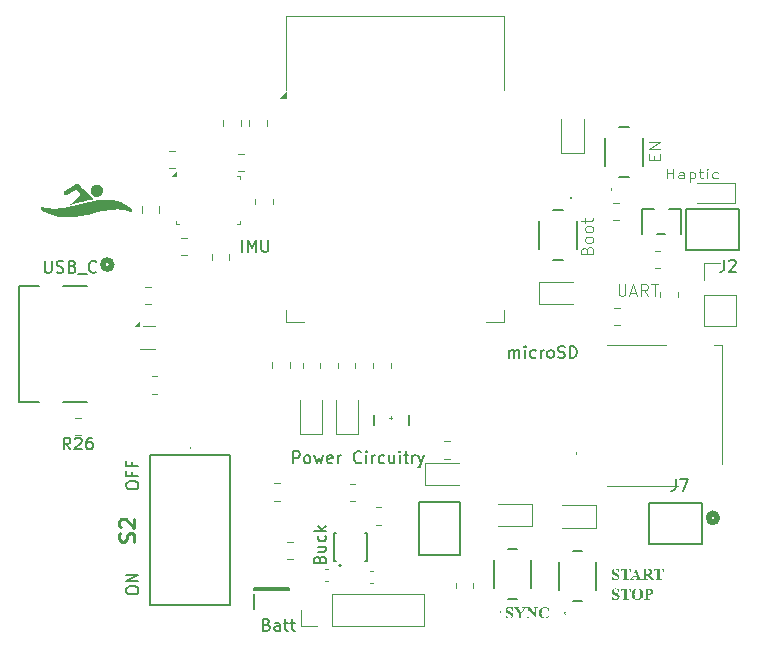
<source format=gto>
G04 #@! TF.GenerationSoftware,KiCad,Pcbnew,9.0.6*
G04 #@! TF.CreationDate,2026-02-28T15:56:05-05:00*
G04 #@! TF.ProjectId,GoldenForm_1,476f6c64-656e-4466-9f72-6d5f312e6b69,rev?*
G04 #@! TF.SameCoordinates,Original*
G04 #@! TF.FileFunction,Legend,Top*
G04 #@! TF.FilePolarity,Positive*
%FSLAX46Y46*%
G04 Gerber Fmt 4.6, Leading zero omitted, Abs format (unit mm)*
G04 Created by KiCad (PCBNEW 9.0.6) date 2026-02-28 15:56:05*
%MOMM*%
%LPD*%
G01*
G04 APERTURE LIST*
%ADD10C,0.000000*%
%ADD11C,0.125000*%
%ADD12C,0.200000*%
%ADD13C,0.030000*%
%ADD14C,0.254000*%
%ADD15C,0.150000*%
%ADD16C,0.120000*%
%ADD17C,0.100000*%
%ADD18C,0.152400*%
%ADD19C,0.508000*%
G04 APERTURE END LIST*
D10*
G36*
X72868325Y-58280340D02*
G01*
X72896854Y-58281968D01*
X72924940Y-58285008D01*
X72952545Y-58289431D01*
X72979631Y-58295204D01*
X73006161Y-58302299D01*
X73032098Y-58310683D01*
X73057405Y-58320327D01*
X73082045Y-58331199D01*
X73105981Y-58343269D01*
X73129174Y-58356505D01*
X73151589Y-58370878D01*
X73173187Y-58386357D01*
X73193932Y-58402910D01*
X73213786Y-58420507D01*
X73232713Y-58439117D01*
X73250674Y-58458710D01*
X73267633Y-58479255D01*
X73283552Y-58500721D01*
X73298395Y-58523077D01*
X73312124Y-58546293D01*
X73324701Y-58570337D01*
X73336091Y-58595180D01*
X73346254Y-58620790D01*
X73355155Y-58647137D01*
X73362755Y-58674189D01*
X73369019Y-58701917D01*
X73373908Y-58730289D01*
X73377385Y-58759275D01*
X73379413Y-58788844D01*
X73379911Y-58812627D01*
X73379349Y-58836239D01*
X73377745Y-58859650D01*
X73375113Y-58882834D01*
X73371470Y-58905762D01*
X73366830Y-58928406D01*
X73361211Y-58950739D01*
X73354628Y-58972732D01*
X73347096Y-58994357D01*
X73338631Y-59015587D01*
X73329249Y-59036394D01*
X73318966Y-59056749D01*
X73307798Y-59076625D01*
X73295760Y-59095994D01*
X73282868Y-59114827D01*
X73269139Y-59133097D01*
X73254587Y-59150777D01*
X73239228Y-59167837D01*
X73223079Y-59184250D01*
X73206154Y-59199988D01*
X73188471Y-59215024D01*
X73170044Y-59229328D01*
X73150889Y-59242874D01*
X73131022Y-59255633D01*
X73110460Y-59267577D01*
X73089217Y-59278679D01*
X73067309Y-59288910D01*
X73044753Y-59298243D01*
X73021563Y-59306650D01*
X72997757Y-59314102D01*
X72973349Y-59320571D01*
X72948355Y-59326031D01*
X72926120Y-59330041D01*
X72903817Y-59333272D01*
X72892624Y-59334543D01*
X72881394Y-59335558D01*
X72870121Y-59336295D01*
X72858797Y-59336735D01*
X72847417Y-59336857D01*
X72835974Y-59336639D01*
X72824461Y-59336062D01*
X72812871Y-59335105D01*
X72801198Y-59333748D01*
X72789436Y-59331969D01*
X72777576Y-59329749D01*
X72765614Y-59327066D01*
X72741806Y-59321615D01*
X72718479Y-59315365D01*
X72695650Y-59308331D01*
X72673335Y-59300528D01*
X72651549Y-59291968D01*
X72630309Y-59282667D01*
X72609630Y-59272638D01*
X72589529Y-59261896D01*
X72570022Y-59250454D01*
X72551124Y-59238327D01*
X72532851Y-59225529D01*
X72515219Y-59212073D01*
X72498246Y-59197975D01*
X72481945Y-59183247D01*
X72466334Y-59167905D01*
X72451427Y-59151962D01*
X72437243Y-59135432D01*
X72423795Y-59118329D01*
X72411100Y-59100669D01*
X72399175Y-59082463D01*
X72388035Y-59063728D01*
X72377696Y-59044476D01*
X72368173Y-59024722D01*
X72359484Y-59004481D01*
X72351644Y-58983765D01*
X72344669Y-58962590D01*
X72338574Y-58940969D01*
X72333377Y-58918916D01*
X72329092Y-58896446D01*
X72325736Y-58873572D01*
X72323325Y-58850309D01*
X72321875Y-58826671D01*
X72321466Y-58799835D01*
X72322402Y-58773395D01*
X72324642Y-58747376D01*
X72328149Y-58721801D01*
X72332883Y-58696694D01*
X72338803Y-58672080D01*
X72345872Y-58647983D01*
X72354048Y-58624427D01*
X72363294Y-58601436D01*
X72373570Y-58579035D01*
X72384836Y-58557247D01*
X72397052Y-58536097D01*
X72410181Y-58515609D01*
X72424181Y-58495807D01*
X72439014Y-58476715D01*
X72454641Y-58458358D01*
X72471022Y-58440759D01*
X72488117Y-58423943D01*
X72505888Y-58407934D01*
X72524294Y-58392756D01*
X72543297Y-58378433D01*
X72562858Y-58364990D01*
X72582936Y-58352450D01*
X72603492Y-58340838D01*
X72624488Y-58330178D01*
X72645883Y-58320494D01*
X72667639Y-58311811D01*
X72689716Y-58304152D01*
X72712074Y-58297541D01*
X72734674Y-58292003D01*
X72757477Y-58287562D01*
X72780444Y-58284242D01*
X72810082Y-58281447D01*
X72839388Y-58280156D01*
X72868325Y-58280340D01*
G37*
G36*
X73762688Y-59559465D02*
G01*
X73860251Y-59562385D01*
X73957561Y-59567754D01*
X74054605Y-59575679D01*
X74151368Y-59586269D01*
X74247835Y-59599632D01*
X74343992Y-59615878D01*
X74439824Y-59635115D01*
X74535318Y-59657451D01*
X74630458Y-59682994D01*
X74725230Y-59711855D01*
X74819620Y-59744140D01*
X74886803Y-59769341D01*
X74953094Y-59796058D01*
X75018502Y-59824275D01*
X75083034Y-59853975D01*
X75146701Y-59885143D01*
X75209512Y-59917761D01*
X75271475Y-59951814D01*
X75332600Y-59987285D01*
X75392896Y-60024158D01*
X75452372Y-60062417D01*
X75511036Y-60102044D01*
X75568899Y-60143025D01*
X75625969Y-60185342D01*
X75682255Y-60228979D01*
X75737767Y-60273920D01*
X75792513Y-60320149D01*
X75801080Y-60327800D01*
X75809201Y-60335635D01*
X75816830Y-60343672D01*
X75823919Y-60351923D01*
X75830420Y-60360407D01*
X75836287Y-60369137D01*
X75838968Y-60373599D01*
X75841472Y-60378129D01*
X75843794Y-60382728D01*
X75845928Y-60387399D01*
X75847868Y-60392143D01*
X75849608Y-60396962D01*
X75851142Y-60401858D01*
X75852464Y-60406834D01*
X75853568Y-60411890D01*
X75854449Y-60417030D01*
X75855101Y-60422255D01*
X75855516Y-60427566D01*
X75855691Y-60432966D01*
X75855619Y-60438457D01*
X75855293Y-60444040D01*
X75854708Y-60449719D01*
X75853858Y-60455493D01*
X75852738Y-60461366D01*
X75851340Y-60467340D01*
X75849660Y-60473416D01*
X75846080Y-60484312D01*
X75841990Y-60494648D01*
X75837390Y-60504425D01*
X75832282Y-60513645D01*
X75826666Y-60522309D01*
X75820541Y-60530419D01*
X75813909Y-60537975D01*
X75806771Y-60544980D01*
X75799125Y-60551435D01*
X75790973Y-60557340D01*
X75782316Y-60562699D01*
X75773153Y-60567510D01*
X75763486Y-60571777D01*
X75753314Y-60575501D01*
X75742638Y-60578683D01*
X75731459Y-60581324D01*
X75726011Y-60582303D01*
X75720617Y-60582980D01*
X75715273Y-60583370D01*
X75709976Y-60583488D01*
X75704724Y-60583349D01*
X75699514Y-60582969D01*
X75694342Y-60582363D01*
X75689207Y-60581546D01*
X75684105Y-60580533D01*
X75679034Y-60579339D01*
X75673990Y-60577981D01*
X75668971Y-60576472D01*
X75663974Y-60574828D01*
X75658996Y-60573065D01*
X75649087Y-60569240D01*
X75582794Y-60543686D01*
X75516145Y-60520387D01*
X75449150Y-60499272D01*
X75381818Y-60480273D01*
X75314159Y-60463319D01*
X75246182Y-60448340D01*
X75177896Y-60435269D01*
X75109312Y-60424033D01*
X75040437Y-60414564D01*
X74971282Y-60406793D01*
X74901856Y-60400649D01*
X74832168Y-60396063D01*
X74692045Y-60391285D01*
X74550987Y-60391903D01*
X74396743Y-60398190D01*
X74243262Y-60409823D01*
X74090462Y-60426221D01*
X73938257Y-60446801D01*
X73786564Y-60470984D01*
X73635297Y-60498186D01*
X73484373Y-60527828D01*
X73333708Y-60559328D01*
X72960113Y-60643179D01*
X72587388Y-60730902D01*
X72214348Y-60817236D01*
X72027339Y-60858236D01*
X71839807Y-60896915D01*
X71715356Y-60920966D01*
X71590720Y-60943641D01*
X71465867Y-60964807D01*
X71340768Y-60984333D01*
X71215393Y-61002085D01*
X71089713Y-61017932D01*
X70963696Y-61031741D01*
X70837314Y-61043380D01*
X70626278Y-61056868D01*
X70416089Y-61061946D01*
X70311317Y-61061206D01*
X70206763Y-61058211D01*
X70102429Y-61052911D01*
X69998318Y-61045255D01*
X69894431Y-61035193D01*
X69790770Y-61022673D01*
X69687338Y-61007645D01*
X69584137Y-60990059D01*
X69481168Y-60969864D01*
X69378435Y-60947008D01*
X69275938Y-60921441D01*
X69173681Y-60893113D01*
X69140752Y-60883151D01*
X69107594Y-60872578D01*
X69038741Y-60850347D01*
X68927498Y-60810857D01*
X68818024Y-60768414D01*
X68710274Y-60723011D01*
X68604200Y-60674636D01*
X68499756Y-60623282D01*
X68396895Y-60568939D01*
X68295571Y-60511599D01*
X68195735Y-60451251D01*
X68188462Y-60446550D01*
X68181515Y-60441731D01*
X68174895Y-60436799D01*
X68168602Y-60431755D01*
X68162637Y-60426603D01*
X68156999Y-60421346D01*
X68151691Y-60415988D01*
X68146711Y-60410531D01*
X68142061Y-60404979D01*
X68137741Y-60399336D01*
X68133752Y-60393603D01*
X68130093Y-60387785D01*
X68126765Y-60381884D01*
X68123770Y-60375905D01*
X68121106Y-60369849D01*
X68118775Y-60363720D01*
X68116778Y-60357522D01*
X68115114Y-60351258D01*
X68113784Y-60344930D01*
X68112788Y-60338542D01*
X68112128Y-60332097D01*
X68111803Y-60325599D01*
X68111813Y-60319050D01*
X68112160Y-60312454D01*
X68112844Y-60305814D01*
X68113865Y-60299133D01*
X68115224Y-60292414D01*
X68116921Y-60285661D01*
X68118956Y-60278876D01*
X68121331Y-60272063D01*
X68124045Y-60265226D01*
X68127099Y-60258366D01*
X68130340Y-60251794D01*
X68133764Y-60245495D01*
X68137370Y-60239469D01*
X68141157Y-60233718D01*
X68145123Y-60228243D01*
X68149267Y-60223045D01*
X68153588Y-60218125D01*
X68158083Y-60213483D01*
X68162752Y-60209121D01*
X68167593Y-60205041D01*
X68172605Y-60201242D01*
X68177786Y-60197725D01*
X68183134Y-60194493D01*
X68188649Y-60191546D01*
X68194329Y-60188885D01*
X68200173Y-60186510D01*
X68206179Y-60184423D01*
X68212345Y-60182626D01*
X68218671Y-60181118D01*
X68225155Y-60179901D01*
X68231795Y-60178976D01*
X68238590Y-60178344D01*
X68245539Y-60178007D01*
X68252640Y-60177964D01*
X68259892Y-60178217D01*
X68267293Y-60178767D01*
X68274842Y-60179615D01*
X68282537Y-60180762D01*
X68290378Y-60182209D01*
X68298362Y-60183957D01*
X68306489Y-60186007D01*
X68314756Y-60188360D01*
X68386314Y-60208843D01*
X68458094Y-60227389D01*
X68530085Y-60244051D01*
X68602280Y-60258881D01*
X68674669Y-60271928D01*
X68747242Y-60283246D01*
X68819991Y-60292884D01*
X68892906Y-60300894D01*
X69039196Y-60312237D01*
X69186041Y-60317683D01*
X69333364Y-60317645D01*
X69481094Y-60312532D01*
X69655958Y-60300664D01*
X69830008Y-60283209D01*
X70003305Y-60260680D01*
X70175908Y-60233587D01*
X70347878Y-60202442D01*
X70519275Y-60167755D01*
X70690158Y-60130038D01*
X70860589Y-60089803D01*
X72199970Y-59760451D01*
X72332504Y-59729524D01*
X72465417Y-59700534D01*
X72598721Y-59673669D01*
X72732430Y-59649116D01*
X72866558Y-59627064D01*
X73001120Y-59607699D01*
X73136129Y-59591208D01*
X73271598Y-59577781D01*
X73468632Y-59564305D01*
X73566864Y-59560533D01*
X73664888Y-59558884D01*
X73762688Y-59559465D01*
G37*
G36*
X71200000Y-58200000D02*
G01*
X71208040Y-58200660D01*
X71216038Y-58201729D01*
X71223995Y-58203208D01*
X71231912Y-58205098D01*
X71239792Y-58207398D01*
X71247635Y-58210108D01*
X71255443Y-58213230D01*
X71263217Y-58216763D01*
X71270959Y-58220707D01*
X71278670Y-58225062D01*
X71286352Y-58229830D01*
X71301633Y-58240601D01*
X71316814Y-58253022D01*
X71331906Y-58267095D01*
X71525171Y-58459652D01*
X71719949Y-58654676D01*
X72575412Y-59511084D01*
X72325524Y-59562620D01*
X72078021Y-59618516D01*
X71588071Y-59738474D01*
X71101363Y-59861122D01*
X70857913Y-59920381D01*
X70613700Y-59976626D01*
X70613726Y-59973683D01*
X70613866Y-59970871D01*
X70614115Y-59968186D01*
X70614469Y-59965623D01*
X70614921Y-59963177D01*
X70615468Y-59960843D01*
X70616103Y-59958615D01*
X70616822Y-59956489D01*
X70617620Y-59954459D01*
X70618492Y-59952521D01*
X70619433Y-59950670D01*
X70620438Y-59948900D01*
X70621501Y-59947207D01*
X70622618Y-59945585D01*
X70624992Y-59942536D01*
X70627521Y-59939713D01*
X70630164Y-59937076D01*
X70632880Y-59934584D01*
X70635630Y-59932198D01*
X70641067Y-59927581D01*
X70643675Y-59925270D01*
X70646154Y-59922904D01*
X71442515Y-59125983D01*
X71451371Y-59117089D01*
X71459048Y-59109221D01*
X71465548Y-59102236D01*
X71468358Y-59099029D01*
X71470874Y-59095988D01*
X71473098Y-59093096D01*
X71475029Y-59090335D01*
X71476668Y-59087687D01*
X71478015Y-59085134D01*
X71479071Y-59082657D01*
X71479836Y-59080240D01*
X71480310Y-59077863D01*
X71480493Y-59075509D01*
X71480386Y-59073160D01*
X71479989Y-59070799D01*
X71479303Y-59068406D01*
X71478328Y-59065964D01*
X71477064Y-59063456D01*
X71475511Y-59060863D01*
X71473671Y-59058167D01*
X71471542Y-59055351D01*
X71469126Y-59052396D01*
X71466423Y-59049284D01*
X71460157Y-59042519D01*
X71452746Y-59034912D01*
X71444194Y-59026320D01*
X71299745Y-58882763D01*
X71227803Y-58810715D01*
X71156656Y-58737902D01*
X71151516Y-58732812D01*
X71149005Y-58730518D01*
X71146527Y-58728389D01*
X71144080Y-58726423D01*
X71141659Y-58724619D01*
X71139261Y-58722974D01*
X71136882Y-58721487D01*
X71134518Y-58720156D01*
X71132166Y-58718979D01*
X71129821Y-58717954D01*
X71127480Y-58717080D01*
X71125140Y-58716355D01*
X71122796Y-58715776D01*
X71120445Y-58715343D01*
X71118083Y-58715054D01*
X71115706Y-58714906D01*
X71113310Y-58714898D01*
X71110893Y-58715028D01*
X71108449Y-58715294D01*
X71105976Y-58715694D01*
X71103469Y-58716228D01*
X71100925Y-58716892D01*
X71098340Y-58717685D01*
X71095710Y-58718605D01*
X71093032Y-58719651D01*
X71087516Y-58722112D01*
X71081761Y-58725053D01*
X71075737Y-58728461D01*
X70713080Y-58941067D01*
X70349285Y-59151718D01*
X70339582Y-59157043D01*
X70329863Y-59161878D01*
X70320139Y-59166224D01*
X70310420Y-59170085D01*
X70300716Y-59173464D01*
X70291036Y-59176365D01*
X70281393Y-59178791D01*
X70271794Y-59180745D01*
X70262252Y-59182230D01*
X70252775Y-59183250D01*
X70243375Y-59183807D01*
X70234061Y-59183906D01*
X70224843Y-59183549D01*
X70215732Y-59182739D01*
X70206738Y-59181481D01*
X70197871Y-59179776D01*
X70189141Y-59177629D01*
X70180559Y-59175042D01*
X70172134Y-59172019D01*
X70163877Y-59168563D01*
X70155798Y-59164678D01*
X70147907Y-59160366D01*
X70140215Y-59155631D01*
X70132731Y-59150476D01*
X70125466Y-59144904D01*
X70118430Y-59138919D01*
X70111633Y-59132524D01*
X70105086Y-59125722D01*
X70098797Y-59118517D01*
X70092779Y-59110911D01*
X70087041Y-59102908D01*
X70081592Y-59094511D01*
X70076446Y-59085711D01*
X70071806Y-59076830D01*
X70067669Y-59067876D01*
X70064033Y-59058862D01*
X70060895Y-59049798D01*
X70058253Y-59040696D01*
X70056104Y-59031565D01*
X70054447Y-59022417D01*
X70053277Y-59013263D01*
X70052594Y-59004114D01*
X70052395Y-58994980D01*
X70052676Y-58985873D01*
X70053436Y-58976803D01*
X70054673Y-58967782D01*
X70056383Y-58958820D01*
X70058564Y-58949928D01*
X70061215Y-58941116D01*
X70064331Y-58932397D01*
X70067912Y-58923780D01*
X70071954Y-58915277D01*
X70076455Y-58906899D01*
X70081412Y-58898656D01*
X70086823Y-58890560D01*
X70092686Y-58882620D01*
X70098999Y-58874849D01*
X70105758Y-58867257D01*
X70112961Y-58859855D01*
X70120605Y-58852653D01*
X70128690Y-58845664D01*
X70137211Y-58838896D01*
X70146166Y-58832363D01*
X70155553Y-58826074D01*
X71073349Y-58239121D01*
X71090978Y-58228609D01*
X71108358Y-58219723D01*
X71125500Y-58212465D01*
X71133985Y-58209447D01*
X71142415Y-58206837D01*
X71150791Y-58204635D01*
X71159115Y-58202841D01*
X71167388Y-58201455D01*
X71175612Y-58200478D01*
X71183787Y-58199909D01*
X71191916Y-58199750D01*
X71200000Y-58200000D01*
G37*
D11*
X120047309Y-56179668D02*
X120047309Y-55846335D01*
X120571119Y-55703478D02*
X120571119Y-56179668D01*
X120571119Y-56179668D02*
X119571119Y-56179668D01*
X119571119Y-56179668D02*
X119571119Y-55703478D01*
X120571119Y-55274906D02*
X119571119Y-55274906D01*
X119571119Y-55274906D02*
X120571119Y-54703478D01*
X120571119Y-54703478D02*
X119571119Y-54703478D01*
X114347309Y-63846335D02*
X114394928Y-63703478D01*
X114394928Y-63703478D02*
X114442547Y-63655859D01*
X114442547Y-63655859D02*
X114537785Y-63608240D01*
X114537785Y-63608240D02*
X114680642Y-63608240D01*
X114680642Y-63608240D02*
X114775880Y-63655859D01*
X114775880Y-63655859D02*
X114823500Y-63703478D01*
X114823500Y-63703478D02*
X114871119Y-63798716D01*
X114871119Y-63798716D02*
X114871119Y-64179668D01*
X114871119Y-64179668D02*
X113871119Y-64179668D01*
X113871119Y-64179668D02*
X113871119Y-63846335D01*
X113871119Y-63846335D02*
X113918738Y-63751097D01*
X113918738Y-63751097D02*
X113966357Y-63703478D01*
X113966357Y-63703478D02*
X114061595Y-63655859D01*
X114061595Y-63655859D02*
X114156833Y-63655859D01*
X114156833Y-63655859D02*
X114252071Y-63703478D01*
X114252071Y-63703478D02*
X114299690Y-63751097D01*
X114299690Y-63751097D02*
X114347309Y-63846335D01*
X114347309Y-63846335D02*
X114347309Y-64179668D01*
X114871119Y-63036811D02*
X114823500Y-63132049D01*
X114823500Y-63132049D02*
X114775880Y-63179668D01*
X114775880Y-63179668D02*
X114680642Y-63227287D01*
X114680642Y-63227287D02*
X114394928Y-63227287D01*
X114394928Y-63227287D02*
X114299690Y-63179668D01*
X114299690Y-63179668D02*
X114252071Y-63132049D01*
X114252071Y-63132049D02*
X114204452Y-63036811D01*
X114204452Y-63036811D02*
X114204452Y-62893954D01*
X114204452Y-62893954D02*
X114252071Y-62798716D01*
X114252071Y-62798716D02*
X114299690Y-62751097D01*
X114299690Y-62751097D02*
X114394928Y-62703478D01*
X114394928Y-62703478D02*
X114680642Y-62703478D01*
X114680642Y-62703478D02*
X114775880Y-62751097D01*
X114775880Y-62751097D02*
X114823500Y-62798716D01*
X114823500Y-62798716D02*
X114871119Y-62893954D01*
X114871119Y-62893954D02*
X114871119Y-63036811D01*
X114871119Y-62132049D02*
X114823500Y-62227287D01*
X114823500Y-62227287D02*
X114775880Y-62274906D01*
X114775880Y-62274906D02*
X114680642Y-62322525D01*
X114680642Y-62322525D02*
X114394928Y-62322525D01*
X114394928Y-62322525D02*
X114299690Y-62274906D01*
X114299690Y-62274906D02*
X114252071Y-62227287D01*
X114252071Y-62227287D02*
X114204452Y-62132049D01*
X114204452Y-62132049D02*
X114204452Y-61989192D01*
X114204452Y-61989192D02*
X114252071Y-61893954D01*
X114252071Y-61893954D02*
X114299690Y-61846335D01*
X114299690Y-61846335D02*
X114394928Y-61798716D01*
X114394928Y-61798716D02*
X114680642Y-61798716D01*
X114680642Y-61798716D02*
X114775880Y-61846335D01*
X114775880Y-61846335D02*
X114823500Y-61893954D01*
X114823500Y-61893954D02*
X114871119Y-61989192D01*
X114871119Y-61989192D02*
X114871119Y-62132049D01*
X114204452Y-61513001D02*
X114204452Y-61132049D01*
X113871119Y-61370144D02*
X114728261Y-61370144D01*
X114728261Y-61370144D02*
X114823500Y-61322525D01*
X114823500Y-61322525D02*
X114871119Y-61227287D01*
X114871119Y-61227287D02*
X114871119Y-61132049D01*
D12*
X107769673Y-72967219D02*
X107769673Y-72300552D01*
X107769673Y-72395790D02*
X107817292Y-72348171D01*
X107817292Y-72348171D02*
X107912530Y-72300552D01*
X107912530Y-72300552D02*
X108055387Y-72300552D01*
X108055387Y-72300552D02*
X108150625Y-72348171D01*
X108150625Y-72348171D02*
X108198244Y-72443409D01*
X108198244Y-72443409D02*
X108198244Y-72967219D01*
X108198244Y-72443409D02*
X108245863Y-72348171D01*
X108245863Y-72348171D02*
X108341101Y-72300552D01*
X108341101Y-72300552D02*
X108483958Y-72300552D01*
X108483958Y-72300552D02*
X108579197Y-72348171D01*
X108579197Y-72348171D02*
X108626816Y-72443409D01*
X108626816Y-72443409D02*
X108626816Y-72967219D01*
X109103006Y-72967219D02*
X109103006Y-72300552D01*
X109103006Y-71967219D02*
X109055387Y-72014838D01*
X109055387Y-72014838D02*
X109103006Y-72062457D01*
X109103006Y-72062457D02*
X109150625Y-72014838D01*
X109150625Y-72014838D02*
X109103006Y-71967219D01*
X109103006Y-71967219D02*
X109103006Y-72062457D01*
X110007767Y-72919600D02*
X109912529Y-72967219D01*
X109912529Y-72967219D02*
X109722053Y-72967219D01*
X109722053Y-72967219D02*
X109626815Y-72919600D01*
X109626815Y-72919600D02*
X109579196Y-72871980D01*
X109579196Y-72871980D02*
X109531577Y-72776742D01*
X109531577Y-72776742D02*
X109531577Y-72491028D01*
X109531577Y-72491028D02*
X109579196Y-72395790D01*
X109579196Y-72395790D02*
X109626815Y-72348171D01*
X109626815Y-72348171D02*
X109722053Y-72300552D01*
X109722053Y-72300552D02*
X109912529Y-72300552D01*
X109912529Y-72300552D02*
X110007767Y-72348171D01*
X110436339Y-72967219D02*
X110436339Y-72300552D01*
X110436339Y-72491028D02*
X110483958Y-72395790D01*
X110483958Y-72395790D02*
X110531577Y-72348171D01*
X110531577Y-72348171D02*
X110626815Y-72300552D01*
X110626815Y-72300552D02*
X110722053Y-72300552D01*
X111198244Y-72967219D02*
X111103006Y-72919600D01*
X111103006Y-72919600D02*
X111055387Y-72871980D01*
X111055387Y-72871980D02*
X111007768Y-72776742D01*
X111007768Y-72776742D02*
X111007768Y-72491028D01*
X111007768Y-72491028D02*
X111055387Y-72395790D01*
X111055387Y-72395790D02*
X111103006Y-72348171D01*
X111103006Y-72348171D02*
X111198244Y-72300552D01*
X111198244Y-72300552D02*
X111341101Y-72300552D01*
X111341101Y-72300552D02*
X111436339Y-72348171D01*
X111436339Y-72348171D02*
X111483958Y-72395790D01*
X111483958Y-72395790D02*
X111531577Y-72491028D01*
X111531577Y-72491028D02*
X111531577Y-72776742D01*
X111531577Y-72776742D02*
X111483958Y-72871980D01*
X111483958Y-72871980D02*
X111436339Y-72919600D01*
X111436339Y-72919600D02*
X111341101Y-72967219D01*
X111341101Y-72967219D02*
X111198244Y-72967219D01*
X111912530Y-72919600D02*
X112055387Y-72967219D01*
X112055387Y-72967219D02*
X112293482Y-72967219D01*
X112293482Y-72967219D02*
X112388720Y-72919600D01*
X112388720Y-72919600D02*
X112436339Y-72871980D01*
X112436339Y-72871980D02*
X112483958Y-72776742D01*
X112483958Y-72776742D02*
X112483958Y-72681504D01*
X112483958Y-72681504D02*
X112436339Y-72586266D01*
X112436339Y-72586266D02*
X112388720Y-72538647D01*
X112388720Y-72538647D02*
X112293482Y-72491028D01*
X112293482Y-72491028D02*
X112103006Y-72443409D01*
X112103006Y-72443409D02*
X112007768Y-72395790D01*
X112007768Y-72395790D02*
X111960149Y-72348171D01*
X111960149Y-72348171D02*
X111912530Y-72252933D01*
X111912530Y-72252933D02*
X111912530Y-72157695D01*
X111912530Y-72157695D02*
X111960149Y-72062457D01*
X111960149Y-72062457D02*
X112007768Y-72014838D01*
X112007768Y-72014838D02*
X112103006Y-71967219D01*
X112103006Y-71967219D02*
X112341101Y-71967219D01*
X112341101Y-71967219D02*
X112483958Y-72014838D01*
X112912530Y-72967219D02*
X112912530Y-71967219D01*
X112912530Y-71967219D02*
X113150625Y-71967219D01*
X113150625Y-71967219D02*
X113293482Y-72014838D01*
X113293482Y-72014838D02*
X113388720Y-72110076D01*
X113388720Y-72110076D02*
X113436339Y-72205314D01*
X113436339Y-72205314D02*
X113483958Y-72395790D01*
X113483958Y-72395790D02*
X113483958Y-72538647D01*
X113483958Y-72538647D02*
X113436339Y-72729123D01*
X113436339Y-72729123D02*
X113388720Y-72824361D01*
X113388720Y-72824361D02*
X113293482Y-72919600D01*
X113293482Y-72919600D02*
X113150625Y-72967219D01*
X113150625Y-72967219D02*
X112912530Y-72967219D01*
X75367219Y-92739850D02*
X75367219Y-92549374D01*
X75367219Y-92549374D02*
X75414838Y-92454136D01*
X75414838Y-92454136D02*
X75510076Y-92358898D01*
X75510076Y-92358898D02*
X75700552Y-92311279D01*
X75700552Y-92311279D02*
X76033885Y-92311279D01*
X76033885Y-92311279D02*
X76224361Y-92358898D01*
X76224361Y-92358898D02*
X76319600Y-92454136D01*
X76319600Y-92454136D02*
X76367219Y-92549374D01*
X76367219Y-92549374D02*
X76367219Y-92739850D01*
X76367219Y-92739850D02*
X76319600Y-92835088D01*
X76319600Y-92835088D02*
X76224361Y-92930326D01*
X76224361Y-92930326D02*
X76033885Y-92977945D01*
X76033885Y-92977945D02*
X75700552Y-92977945D01*
X75700552Y-92977945D02*
X75510076Y-92930326D01*
X75510076Y-92930326D02*
X75414838Y-92835088D01*
X75414838Y-92835088D02*
X75367219Y-92739850D01*
X76367219Y-91882707D02*
X75367219Y-91882707D01*
X75367219Y-91882707D02*
X76367219Y-91311279D01*
X76367219Y-91311279D02*
X75367219Y-91311279D01*
G36*
X117047135Y-90794291D02*
G01*
X117054645Y-91103014D01*
X117026680Y-91103014D01*
X117012680Y-91046186D01*
X116991732Y-90996700D01*
X116964031Y-90953531D01*
X116929349Y-90915924D01*
X116874544Y-90875599D01*
X116819134Y-90852638D01*
X116761615Y-90845094D01*
X116716550Y-90849586D01*
X116680413Y-90862106D01*
X116651278Y-90882035D01*
X116628192Y-90908705D01*
X116615038Y-90936742D01*
X116610673Y-90967093D01*
X116614348Y-90996241D01*
X116625022Y-91021315D01*
X116649306Y-91051533D01*
X116688525Y-91084391D01*
X116731501Y-91109913D01*
X116836781Y-91163709D01*
X116943672Y-91221936D01*
X117013641Y-91271613D01*
X117056050Y-91313979D01*
X117087209Y-91363669D01*
X117105745Y-91417357D01*
X117112042Y-91476400D01*
X117106395Y-91532298D01*
X117089762Y-91583472D01*
X117061870Y-91631093D01*
X117021489Y-91675947D01*
X116973953Y-91712051D01*
X116920602Y-91737974D01*
X116860327Y-91753971D01*
X116791657Y-91759539D01*
X116748664Y-91757322D01*
X116708981Y-91750868D01*
X116668010Y-91739324D01*
X116611345Y-91718201D01*
X116579627Y-91707731D01*
X116557367Y-91704829D01*
X116539809Y-91707945D01*
X116519754Y-91718323D01*
X116502331Y-91734758D01*
X116487697Y-91759539D01*
X116462418Y-91759539D01*
X116462418Y-91415645D01*
X116487697Y-91415645D01*
X116507399Y-91486249D01*
X116533517Y-91545035D01*
X116565556Y-91593717D01*
X116603468Y-91633632D01*
X116648723Y-91667469D01*
X116694188Y-91690630D01*
X116740444Y-91704216D01*
X116788237Y-91708736D01*
X116837681Y-91703740D01*
X116877648Y-91689759D01*
X116910176Y-91667398D01*
X116935933Y-91637535D01*
X116950685Y-91605799D01*
X116955605Y-91571106D01*
X116951321Y-91539376D01*
X116938142Y-91508091D01*
X116917030Y-91479247D01*
X116885202Y-91450144D01*
X116842177Y-91422041D01*
X116759539Y-91378581D01*
X116643170Y-91316954D01*
X116577822Y-91273557D01*
X116528171Y-91226778D01*
X116492765Y-91176592D01*
X116476358Y-91139914D01*
X116466457Y-91100793D01*
X116463089Y-91058623D01*
X116468233Y-91005444D01*
X116483296Y-90957228D01*
X116508366Y-90912865D01*
X116544361Y-90871594D01*
X116587234Y-90838051D01*
X116634994Y-90814103D01*
X116688600Y-90799394D01*
X116749342Y-90794291D01*
X116793892Y-90796997D01*
X116836781Y-90805038D01*
X116870206Y-90815717D01*
X116915000Y-90834958D01*
X116958283Y-90852687D01*
X116979541Y-90856817D01*
X116995758Y-90854004D01*
X117007568Y-90846071D01*
X117016173Y-90831121D01*
X117026680Y-90794291D01*
X117047135Y-90794291D01*
G37*
G36*
X118050240Y-90813831D02*
G01*
X118050240Y-91067843D01*
X118025694Y-91067843D01*
X118000516Y-90987240D01*
X117977151Y-90941997D01*
X117946037Y-90907984D01*
X117904061Y-90880936D01*
X117873110Y-90872337D01*
X117813203Y-90868541D01*
X117744204Y-90868541D01*
X117744204Y-91579776D01*
X117746838Y-91646054D01*
X117752020Y-91671001D01*
X117763067Y-91687454D01*
X117782794Y-91702875D01*
X117808261Y-91712768D01*
X117845321Y-91716552D01*
X117876034Y-91716552D01*
X117876034Y-91740000D01*
X117391029Y-91740000D01*
X117391029Y-91716552D01*
X117421742Y-91716552D01*
X117459593Y-91712537D01*
X117486650Y-91701837D01*
X117502094Y-91689026D01*
X117514677Y-91668131D01*
X117519627Y-91644667D01*
X117522187Y-91579776D01*
X117522187Y-90868541D01*
X117455265Y-90868541D01*
X117394009Y-90873822D01*
X117350167Y-90887745D01*
X117319344Y-90908536D01*
X117285714Y-90949241D01*
X117260460Y-91001448D01*
X117244178Y-91067843D01*
X117218227Y-91067843D01*
X117218227Y-90813831D01*
X118050240Y-90813831D01*
G37*
G36*
X118847571Y-91552726D02*
G01*
X118896296Y-91651389D01*
X118926156Y-91691456D01*
X118952912Y-91708054D01*
X118991735Y-91716552D01*
X118991735Y-91740000D01*
X118543611Y-91740000D01*
X118543611Y-91716552D01*
X118562051Y-91716552D01*
X118611496Y-91711929D01*
X118637889Y-91701104D01*
X118649034Y-91687652D01*
X118652909Y-91668742D01*
X118648818Y-91642730D01*
X118628302Y-91590034D01*
X118579148Y-91474263D01*
X118251924Y-91474263D01*
X118212967Y-91567076D01*
X118198007Y-91611126D01*
X118193855Y-91642180D01*
X118197511Y-91666570D01*
X118207846Y-91685381D01*
X118225240Y-91700005D01*
X118250568Y-91708366D01*
X118316160Y-91716552D01*
X118316160Y-91740000D01*
X118008047Y-91740000D01*
X118008047Y-91716552D01*
X118039789Y-91708309D01*
X118066833Y-91694331D01*
X118089991Y-91674481D01*
X118121309Y-91629660D01*
X118169248Y-91532088D01*
X118218028Y-91423461D01*
X118275860Y-91423461D01*
X118555884Y-91423461D01*
X118417948Y-91110219D01*
X118275860Y-91423461D01*
X118218028Y-91423461D01*
X118500563Y-90794291D01*
X118513569Y-90794291D01*
X118847571Y-91552726D01*
G37*
G36*
X119576955Y-90817102D02*
G01*
X119656316Y-90825487D01*
X119709504Y-90837095D01*
X119758573Y-90857104D01*
X119800614Y-90885516D01*
X119836571Y-90922824D01*
X119863800Y-90966624D01*
X119880171Y-91015009D01*
X119885786Y-91069309D01*
X119881024Y-91119088D01*
X119867211Y-91163208D01*
X119844449Y-91202833D01*
X119812025Y-91238752D01*
X119778524Y-91263361D01*
X119735247Y-91284688D01*
X119680195Y-91302255D01*
X119902883Y-91616168D01*
X119944448Y-91666999D01*
X119965043Y-91687060D01*
X119994986Y-91702271D01*
X120029951Y-91708736D01*
X120029951Y-91740000D01*
X119738264Y-91740000D01*
X119439738Y-91317948D01*
X119378921Y-91317948D01*
X119378921Y-91579776D01*
X119382004Y-91647808D01*
X119388142Y-91674054D01*
X119400465Y-91691094D01*
X119420565Y-91705012D01*
X119448965Y-91712955D01*
X119507332Y-91716552D01*
X119507332Y-91740000D01*
X119033257Y-91740000D01*
X119033257Y-91716552D01*
X119092193Y-91712822D01*
X119120329Y-91704645D01*
X119140212Y-91690560D01*
X119152447Y-91673688D01*
X119158575Y-91647767D01*
X119161667Y-91579776D01*
X119161667Y-91267145D01*
X119378921Y-91267145D01*
X119417878Y-91267145D01*
X119506732Y-91262070D01*
X119559905Y-91249865D01*
X119589002Y-91235317D01*
X119613535Y-91214759D01*
X119634033Y-91187522D01*
X119648387Y-91156329D01*
X119657663Y-91117709D01*
X119661022Y-91069980D01*
X119654644Y-91001631D01*
X119637564Y-90951361D01*
X119611502Y-90914764D01*
X119575129Y-90888571D01*
X119523672Y-90871195D01*
X119452011Y-90864633D01*
X119378921Y-90864633D01*
X119378921Y-91267145D01*
X119161667Y-91267145D01*
X119161667Y-90974054D01*
X119158583Y-90906029D01*
X119152447Y-90879837D01*
X119140106Y-90862764D01*
X119119963Y-90848879D01*
X119091612Y-90840896D01*
X119033257Y-90837278D01*
X119033257Y-90813831D01*
X119463613Y-90813831D01*
X119576955Y-90817102D01*
G37*
G36*
X120851217Y-90813831D02*
G01*
X120851217Y-91067843D01*
X120826671Y-91067843D01*
X120801493Y-90987240D01*
X120778128Y-90941997D01*
X120747014Y-90907984D01*
X120705038Y-90880936D01*
X120674087Y-90872337D01*
X120614180Y-90868541D01*
X120545181Y-90868541D01*
X120545181Y-91579776D01*
X120547815Y-91646054D01*
X120552997Y-91671001D01*
X120564044Y-91687454D01*
X120583771Y-91702875D01*
X120609238Y-91712768D01*
X120646297Y-91716552D01*
X120677011Y-91716552D01*
X120677011Y-91740000D01*
X120192006Y-91740000D01*
X120192006Y-91716552D01*
X120222719Y-91716552D01*
X120260570Y-91712537D01*
X120287627Y-91701837D01*
X120303071Y-91689026D01*
X120315654Y-91668131D01*
X120320604Y-91644667D01*
X120323164Y-91579776D01*
X120323164Y-90868541D01*
X120256242Y-90868541D01*
X120194986Y-90873822D01*
X120151144Y-90887745D01*
X120120321Y-90908536D01*
X120086691Y-90949241D01*
X120061437Y-91001448D01*
X120045155Y-91067843D01*
X120019204Y-91067843D01*
X120019204Y-90813831D01*
X120851217Y-90813831D01*
G37*
G36*
X117047135Y-92474291D02*
G01*
X117054645Y-92783014D01*
X117026680Y-92783014D01*
X117012680Y-92726186D01*
X116991732Y-92676700D01*
X116964031Y-92633531D01*
X116929349Y-92595924D01*
X116874544Y-92555599D01*
X116819134Y-92532638D01*
X116761615Y-92525094D01*
X116716550Y-92529586D01*
X116680413Y-92542106D01*
X116651278Y-92562035D01*
X116628192Y-92588705D01*
X116615038Y-92616742D01*
X116610673Y-92647093D01*
X116614348Y-92676241D01*
X116625022Y-92701315D01*
X116649306Y-92731533D01*
X116688525Y-92764391D01*
X116731501Y-92789913D01*
X116836781Y-92843709D01*
X116943672Y-92901936D01*
X117013641Y-92951613D01*
X117056050Y-92993979D01*
X117087209Y-93043669D01*
X117105745Y-93097357D01*
X117112042Y-93156400D01*
X117106395Y-93212298D01*
X117089762Y-93263472D01*
X117061870Y-93311093D01*
X117021489Y-93355947D01*
X116973953Y-93392051D01*
X116920602Y-93417974D01*
X116860327Y-93433971D01*
X116791657Y-93439539D01*
X116748664Y-93437322D01*
X116708981Y-93430868D01*
X116668010Y-93419324D01*
X116611345Y-93398201D01*
X116579627Y-93387731D01*
X116557367Y-93384829D01*
X116539809Y-93387945D01*
X116519754Y-93398323D01*
X116502331Y-93414758D01*
X116487697Y-93439539D01*
X116462418Y-93439539D01*
X116462418Y-93095645D01*
X116487697Y-93095645D01*
X116507399Y-93166249D01*
X116533517Y-93225035D01*
X116565556Y-93273717D01*
X116603468Y-93313632D01*
X116648723Y-93347469D01*
X116694188Y-93370630D01*
X116740444Y-93384216D01*
X116788237Y-93388736D01*
X116837681Y-93383740D01*
X116877648Y-93369759D01*
X116910176Y-93347398D01*
X116935933Y-93317535D01*
X116950685Y-93285799D01*
X116955605Y-93251106D01*
X116951321Y-93219376D01*
X116938142Y-93188091D01*
X116917030Y-93159247D01*
X116885202Y-93130144D01*
X116842177Y-93102041D01*
X116759539Y-93058581D01*
X116643170Y-92996954D01*
X116577822Y-92953557D01*
X116528171Y-92906778D01*
X116492765Y-92856592D01*
X116476358Y-92819914D01*
X116466457Y-92780793D01*
X116463089Y-92738623D01*
X116468233Y-92685444D01*
X116483296Y-92637228D01*
X116508366Y-92592865D01*
X116544361Y-92551594D01*
X116587234Y-92518051D01*
X116634994Y-92494103D01*
X116688600Y-92479394D01*
X116749342Y-92474291D01*
X116793892Y-92476997D01*
X116836781Y-92485038D01*
X116870206Y-92495717D01*
X116915000Y-92514958D01*
X116958283Y-92532687D01*
X116979541Y-92536817D01*
X116995758Y-92534004D01*
X117007568Y-92526071D01*
X117016173Y-92511121D01*
X117026680Y-92474291D01*
X117047135Y-92474291D01*
G37*
G36*
X118050240Y-92493831D02*
G01*
X118050240Y-92747843D01*
X118025694Y-92747843D01*
X118000516Y-92667240D01*
X117977151Y-92621997D01*
X117946037Y-92587984D01*
X117904061Y-92560936D01*
X117873110Y-92552337D01*
X117813203Y-92548541D01*
X117744204Y-92548541D01*
X117744204Y-93259776D01*
X117746838Y-93326054D01*
X117752020Y-93351001D01*
X117763067Y-93367454D01*
X117782794Y-93382875D01*
X117808261Y-93392768D01*
X117845321Y-93396552D01*
X117876034Y-93396552D01*
X117876034Y-93420000D01*
X117391029Y-93420000D01*
X117391029Y-93396552D01*
X117421742Y-93396552D01*
X117459593Y-93392537D01*
X117486650Y-93381837D01*
X117502094Y-93369026D01*
X117514677Y-93348131D01*
X117519627Y-93324667D01*
X117522187Y-93259776D01*
X117522187Y-92548541D01*
X117455265Y-92548541D01*
X117394009Y-92553822D01*
X117350167Y-92567745D01*
X117319344Y-92588536D01*
X117285714Y-92629241D01*
X117260460Y-92681448D01*
X117244178Y-92747843D01*
X117218227Y-92747843D01*
X117218227Y-92493831D01*
X118050240Y-92493831D01*
G37*
G36*
X118704109Y-92484982D02*
G01*
X118782941Y-92499730D01*
X118853626Y-92525586D01*
X118917423Y-92562437D01*
X118975249Y-92610823D01*
X119025115Y-92668385D01*
X119063442Y-92730593D01*
X119090953Y-92798133D01*
X119107811Y-92871974D01*
X119113613Y-92953312D01*
X119106979Y-93039726D01*
X119087561Y-93119269D01*
X119055560Y-93193186D01*
X119010481Y-93262463D01*
X118962003Y-93316377D01*
X118908162Y-93359953D01*
X118848444Y-93393982D01*
X118782027Y-93418782D01*
X118707821Y-93434184D01*
X118624516Y-93439539D01*
X118540523Y-93434373D01*
X118465864Y-93419540D01*
X118399237Y-93395725D01*
X118339548Y-93363176D01*
X118285949Y-93321695D01*
X118237880Y-93270645D01*
X118190855Y-93201170D01*
X118157358Y-93126040D01*
X118136936Y-93044126D01*
X118130389Y-92959968D01*
X118376549Y-92959968D01*
X118382972Y-93081795D01*
X118400380Y-93177661D01*
X118426506Y-93252275D01*
X118459897Y-93309663D01*
X118491888Y-93344306D01*
X118528884Y-93368634D01*
X118571869Y-93383528D01*
X118622440Y-93388736D01*
X118668249Y-93384674D01*
X118706957Y-93373159D01*
X118739921Y-93354665D01*
X118775336Y-93321792D01*
X118806631Y-93276273D01*
X118833527Y-93215263D01*
X118851018Y-93150464D01*
X118862693Y-93068342D01*
X118866988Y-92965464D01*
X118862286Y-92842169D01*
X118850072Y-92753224D01*
X118832794Y-92691118D01*
X118805936Y-92632780D01*
X118776823Y-92591074D01*
X118745722Y-92562585D01*
X118708910Y-92541868D01*
X118668601Y-92529373D01*
X118623845Y-92525094D01*
X118575641Y-92530231D01*
X118533255Y-92545149D01*
X118495373Y-92569927D01*
X118461196Y-92605711D01*
X118430526Y-92654603D01*
X118408927Y-92707286D01*
X118391942Y-92773844D01*
X118380672Y-92857042D01*
X118376549Y-92959968D01*
X118130389Y-92959968D01*
X118129924Y-92953984D01*
X118135792Y-92872778D01*
X118152854Y-92798974D01*
X118180729Y-92731371D01*
X118219620Y-92669003D01*
X118270303Y-92611189D01*
X118329305Y-92561912D01*
X118392477Y-92524866D01*
X118460541Y-92499241D01*
X118534504Y-92484841D01*
X118615601Y-92482107D01*
X118704109Y-92484982D01*
G37*
G36*
X119706033Y-92499404D02*
G01*
X119785084Y-92514339D01*
X119844771Y-92536477D01*
X119889084Y-92564478D01*
X119927795Y-92602933D01*
X119954468Y-92644595D01*
X119970407Y-92690241D01*
X119975851Y-92741127D01*
X119969448Y-92798809D01*
X119950829Y-92849456D01*
X119919797Y-92894694D01*
X119878958Y-92931878D01*
X119828148Y-92960917D01*
X119765436Y-92981645D01*
X119687770Y-92992975D01*
X119541404Y-92997948D01*
X119541404Y-93259776D01*
X119544486Y-93327808D01*
X119550624Y-93354054D01*
X119563007Y-93371067D01*
X119583414Y-93385012D01*
X119612000Y-93392972D01*
X119669815Y-93396552D01*
X119669815Y-93420000D01*
X119199159Y-93420000D01*
X119199159Y-93396552D01*
X119258095Y-93392822D01*
X119286231Y-93384645D01*
X119306114Y-93370560D01*
X119318349Y-93353688D01*
X119324477Y-93327767D01*
X119327569Y-93259776D01*
X119327569Y-92947145D01*
X119541404Y-92947145D01*
X119575537Y-92948550D01*
X119628929Y-92942511D01*
X119670846Y-92925711D01*
X119703948Y-92898724D01*
X119727536Y-92862703D01*
X119743189Y-92812792D01*
X119749071Y-92744546D01*
X119743157Y-92676729D01*
X119727487Y-92627682D01*
X119703948Y-92592749D01*
X119670849Y-92567041D01*
X119627112Y-92550642D01*
X119569431Y-92544633D01*
X119541404Y-92544633D01*
X119541404Y-92947145D01*
X119327569Y-92947145D01*
X119327569Y-92654054D01*
X119324485Y-92586029D01*
X119318349Y-92559837D01*
X119306008Y-92542764D01*
X119285865Y-92528879D01*
X119257514Y-92520896D01*
X119199159Y-92517278D01*
X119199159Y-92493831D01*
X119602892Y-92493831D01*
X119706033Y-92499404D01*
G37*
G36*
X108057135Y-94044291D02*
G01*
X108064645Y-94353014D01*
X108036680Y-94353014D01*
X108022680Y-94296186D01*
X108001732Y-94246700D01*
X107974031Y-94203531D01*
X107939349Y-94165924D01*
X107884544Y-94125599D01*
X107829134Y-94102638D01*
X107771615Y-94095094D01*
X107726550Y-94099586D01*
X107690413Y-94112106D01*
X107661278Y-94132035D01*
X107638192Y-94158705D01*
X107625038Y-94186742D01*
X107620673Y-94217093D01*
X107624348Y-94246241D01*
X107635022Y-94271315D01*
X107659306Y-94301533D01*
X107698525Y-94334391D01*
X107741501Y-94359913D01*
X107846781Y-94413709D01*
X107953672Y-94471936D01*
X108023641Y-94521613D01*
X108066050Y-94563979D01*
X108097209Y-94613669D01*
X108115745Y-94667357D01*
X108122042Y-94726400D01*
X108116395Y-94782298D01*
X108099762Y-94833472D01*
X108071870Y-94881093D01*
X108031489Y-94925947D01*
X107983953Y-94962051D01*
X107930602Y-94987974D01*
X107870327Y-95003971D01*
X107801657Y-95009539D01*
X107758664Y-95007322D01*
X107718981Y-95000868D01*
X107678010Y-94989324D01*
X107621345Y-94968201D01*
X107589627Y-94957731D01*
X107567367Y-94954829D01*
X107549809Y-94957945D01*
X107529754Y-94968323D01*
X107512331Y-94984758D01*
X107497697Y-95009539D01*
X107472418Y-95009539D01*
X107472418Y-94665645D01*
X107497697Y-94665645D01*
X107517399Y-94736249D01*
X107543517Y-94795035D01*
X107575556Y-94843717D01*
X107613468Y-94883632D01*
X107658723Y-94917469D01*
X107704188Y-94940630D01*
X107750444Y-94954216D01*
X107798237Y-94958736D01*
X107847681Y-94953740D01*
X107887648Y-94939759D01*
X107920176Y-94917398D01*
X107945933Y-94887535D01*
X107960685Y-94855799D01*
X107965605Y-94821106D01*
X107961321Y-94789376D01*
X107948142Y-94758091D01*
X107927030Y-94729247D01*
X107895202Y-94700144D01*
X107852177Y-94672041D01*
X107769539Y-94628581D01*
X107653170Y-94566954D01*
X107587822Y-94523557D01*
X107538171Y-94476778D01*
X107502765Y-94426592D01*
X107486358Y-94389914D01*
X107476457Y-94350793D01*
X107473089Y-94308623D01*
X107478233Y-94255444D01*
X107493296Y-94207228D01*
X107518366Y-94162865D01*
X107554361Y-94121594D01*
X107597234Y-94088051D01*
X107644994Y-94064103D01*
X107698600Y-94049394D01*
X107759342Y-94044291D01*
X107803892Y-94046997D01*
X107846781Y-94055038D01*
X107880206Y-94065717D01*
X107925000Y-94084958D01*
X107968283Y-94102687D01*
X107989541Y-94106817D01*
X108005758Y-94104004D01*
X108017568Y-94096071D01*
X108026173Y-94081121D01*
X108036680Y-94044291D01*
X108057135Y-94044291D01*
G37*
G36*
X109172287Y-94063831D02*
G01*
X109172287Y-94087278D01*
X109130132Y-94097696D01*
X109101945Y-94114023D01*
X109065626Y-94156572D01*
X108993989Y-94270949D01*
X108793161Y-94607454D01*
X108793161Y-94829776D01*
X108795706Y-94896619D01*
X108800671Y-94921306D01*
X108811286Y-94937541D01*
X108830347Y-94952875D01*
X108854921Y-94962816D01*
X108889515Y-94966552D01*
X108941416Y-94966552D01*
X108941416Y-94990000D01*
X108421545Y-94990000D01*
X108421545Y-94966552D01*
X108470027Y-94966552D01*
X108508377Y-94962498D01*
X108534935Y-94951837D01*
X108550379Y-94939026D01*
X108562962Y-94918131D01*
X108567912Y-94894667D01*
X108570472Y-94829776D01*
X108570472Y-94645678D01*
X108352547Y-94247623D01*
X108289717Y-94142970D01*
X108260956Y-94108893D01*
X108231126Y-94093401D01*
X108189942Y-94087278D01*
X108189942Y-94063831D01*
X108633975Y-94063831D01*
X108633975Y-94087278D01*
X108614192Y-94087278D01*
X108577339Y-94090808D01*
X108557833Y-94099063D01*
X108545346Y-94111843D01*
X108541774Y-94123914D01*
X108550790Y-94156524D01*
X108596423Y-94248906D01*
X108763790Y-94553965D01*
X108930486Y-94276383D01*
X108970705Y-94203844D01*
X108988372Y-94161588D01*
X108992646Y-94139057D01*
X108988385Y-94122297D01*
X108974877Y-94107978D01*
X108946159Y-94095288D01*
X108889453Y-94087278D01*
X108889453Y-94063831D01*
X109172287Y-94063831D01*
G37*
G36*
X109536270Y-94063831D02*
G01*
X109993248Y-94632978D01*
X109993248Y-94239685D01*
X109989754Y-94183342D01*
X109981099Y-94147440D01*
X109969312Y-94125868D01*
X109944533Y-94104943D01*
X109909161Y-94091633D01*
X109859342Y-94087278D01*
X109859342Y-94063831D01*
X110165378Y-94063831D01*
X110165378Y-94087278D01*
X110111722Y-94097167D01*
X110086488Y-94106939D01*
X110069010Y-94122247D01*
X110055041Y-94146263D01*
X110047237Y-94178427D01*
X110043806Y-94239685D01*
X110043806Y-95009539D01*
X110020603Y-95009539D01*
X109394181Y-94237732D01*
X109394181Y-94829776D01*
X109399175Y-94882115D01*
X109411954Y-94916573D01*
X109430696Y-94938403D01*
X109469801Y-94959477D01*
X109514410Y-94966552D01*
X109536270Y-94966552D01*
X109536270Y-94990000D01*
X109207641Y-94990000D01*
X109207641Y-94966552D01*
X109257873Y-94961922D01*
X109291898Y-94950845D01*
X109314192Y-94934984D01*
X109329668Y-94912255D01*
X109340225Y-94878522D01*
X109344295Y-94829776D01*
X109344295Y-94176304D01*
X109324511Y-94151941D01*
X109294646Y-94117696D01*
X109272548Y-94100956D01*
X109247205Y-94091900D01*
X109207641Y-94087278D01*
X109207641Y-94063831D01*
X109536270Y-94063831D01*
G37*
G36*
X111131847Y-94044291D02*
G01*
X111131847Y-94364738D01*
X111105225Y-94364738D01*
X111085968Y-94302514D01*
X111060723Y-94250261D01*
X111029818Y-94206589D01*
X110993178Y-94170443D01*
X110935632Y-94132682D01*
X110874219Y-94110423D01*
X110807370Y-94102909D01*
X110751117Y-94108494D01*
X110698422Y-94125083D01*
X110648246Y-94153101D01*
X110604151Y-94190109D01*
X110569075Y-94233592D01*
X110542367Y-94284321D01*
X110518814Y-94354713D01*
X110504312Y-94431366D01*
X110499319Y-94515252D01*
X110502991Y-94598196D01*
X110513612Y-94673882D01*
X110530704Y-94743070D01*
X110556861Y-94808430D01*
X110589730Y-94859388D01*
X110629073Y-94898347D01*
X110676308Y-94926751D01*
X110733334Y-94944572D01*
X110802608Y-94950921D01*
X110859937Y-94946555D01*
X110913064Y-94933742D01*
X110962770Y-94912575D01*
X111008623Y-94883446D01*
X111059478Y-94840353D01*
X111116154Y-94780256D01*
X111116154Y-94860184D01*
X111061744Y-94909229D01*
X111007779Y-94946810D01*
X110953916Y-94974185D01*
X110896613Y-94993293D01*
X110831333Y-95005317D01*
X110756812Y-95009539D01*
X110659458Y-95002633D01*
X110572202Y-94982680D01*
X110493457Y-94950310D01*
X110438775Y-94917167D01*
X110391322Y-94877979D01*
X110350462Y-94832481D01*
X110315832Y-94780134D01*
X110280988Y-94704190D01*
X110260302Y-94625827D01*
X110253367Y-94543951D01*
X110261009Y-94457735D01*
X110283897Y-94374628D01*
X110322670Y-94293419D01*
X110360700Y-94237101D01*
X110404370Y-94188031D01*
X110453940Y-94145650D01*
X110509883Y-94109626D01*
X110590489Y-94073182D01*
X110673563Y-94051544D01*
X110760232Y-94044291D01*
X110824757Y-94048454D01*
X110893303Y-94061365D01*
X110966556Y-94083859D01*
X111024274Y-94102825D01*
X111046484Y-94106817D01*
X111066884Y-94103081D01*
X111084403Y-94091857D01*
X111097077Y-94073706D01*
X111105225Y-94044291D01*
X111131847Y-94044291D01*
G37*
X68459673Y-64737219D02*
X68459673Y-65546742D01*
X68459673Y-65546742D02*
X68507292Y-65641980D01*
X68507292Y-65641980D02*
X68554911Y-65689600D01*
X68554911Y-65689600D02*
X68650149Y-65737219D01*
X68650149Y-65737219D02*
X68840625Y-65737219D01*
X68840625Y-65737219D02*
X68935863Y-65689600D01*
X68935863Y-65689600D02*
X68983482Y-65641980D01*
X68983482Y-65641980D02*
X69031101Y-65546742D01*
X69031101Y-65546742D02*
X69031101Y-64737219D01*
X69459673Y-65689600D02*
X69602530Y-65737219D01*
X69602530Y-65737219D02*
X69840625Y-65737219D01*
X69840625Y-65737219D02*
X69935863Y-65689600D01*
X69935863Y-65689600D02*
X69983482Y-65641980D01*
X69983482Y-65641980D02*
X70031101Y-65546742D01*
X70031101Y-65546742D02*
X70031101Y-65451504D01*
X70031101Y-65451504D02*
X69983482Y-65356266D01*
X69983482Y-65356266D02*
X69935863Y-65308647D01*
X69935863Y-65308647D02*
X69840625Y-65261028D01*
X69840625Y-65261028D02*
X69650149Y-65213409D01*
X69650149Y-65213409D02*
X69554911Y-65165790D01*
X69554911Y-65165790D02*
X69507292Y-65118171D01*
X69507292Y-65118171D02*
X69459673Y-65022933D01*
X69459673Y-65022933D02*
X69459673Y-64927695D01*
X69459673Y-64927695D02*
X69507292Y-64832457D01*
X69507292Y-64832457D02*
X69554911Y-64784838D01*
X69554911Y-64784838D02*
X69650149Y-64737219D01*
X69650149Y-64737219D02*
X69888244Y-64737219D01*
X69888244Y-64737219D02*
X70031101Y-64784838D01*
X70793006Y-65213409D02*
X70935863Y-65261028D01*
X70935863Y-65261028D02*
X70983482Y-65308647D01*
X70983482Y-65308647D02*
X71031101Y-65403885D01*
X71031101Y-65403885D02*
X71031101Y-65546742D01*
X71031101Y-65546742D02*
X70983482Y-65641980D01*
X70983482Y-65641980D02*
X70935863Y-65689600D01*
X70935863Y-65689600D02*
X70840625Y-65737219D01*
X70840625Y-65737219D02*
X70459673Y-65737219D01*
X70459673Y-65737219D02*
X70459673Y-64737219D01*
X70459673Y-64737219D02*
X70793006Y-64737219D01*
X70793006Y-64737219D02*
X70888244Y-64784838D01*
X70888244Y-64784838D02*
X70935863Y-64832457D01*
X70935863Y-64832457D02*
X70983482Y-64927695D01*
X70983482Y-64927695D02*
X70983482Y-65022933D01*
X70983482Y-65022933D02*
X70935863Y-65118171D01*
X70935863Y-65118171D02*
X70888244Y-65165790D01*
X70888244Y-65165790D02*
X70793006Y-65213409D01*
X70793006Y-65213409D02*
X70459673Y-65213409D01*
X71221578Y-65832457D02*
X71983482Y-65832457D01*
X72793006Y-65641980D02*
X72745387Y-65689600D01*
X72745387Y-65689600D02*
X72602530Y-65737219D01*
X72602530Y-65737219D02*
X72507292Y-65737219D01*
X72507292Y-65737219D02*
X72364435Y-65689600D01*
X72364435Y-65689600D02*
X72269197Y-65594361D01*
X72269197Y-65594361D02*
X72221578Y-65499123D01*
X72221578Y-65499123D02*
X72173959Y-65308647D01*
X72173959Y-65308647D02*
X72173959Y-65165790D01*
X72173959Y-65165790D02*
X72221578Y-64975314D01*
X72221578Y-64975314D02*
X72269197Y-64880076D01*
X72269197Y-64880076D02*
X72364435Y-64784838D01*
X72364435Y-64784838D02*
X72507292Y-64737219D01*
X72507292Y-64737219D02*
X72602530Y-64737219D01*
X72602530Y-64737219D02*
X72745387Y-64784838D01*
X72745387Y-64784838D02*
X72793006Y-64832457D01*
D11*
X117040331Y-66711119D02*
X117040331Y-67520642D01*
X117040331Y-67520642D02*
X117087950Y-67615880D01*
X117087950Y-67615880D02*
X117135569Y-67663500D01*
X117135569Y-67663500D02*
X117230807Y-67711119D01*
X117230807Y-67711119D02*
X117421283Y-67711119D01*
X117421283Y-67711119D02*
X117516521Y-67663500D01*
X117516521Y-67663500D02*
X117564140Y-67615880D01*
X117564140Y-67615880D02*
X117611759Y-67520642D01*
X117611759Y-67520642D02*
X117611759Y-66711119D01*
X118040331Y-67425404D02*
X118516521Y-67425404D01*
X117945093Y-67711119D02*
X118278426Y-66711119D01*
X118278426Y-66711119D02*
X118611759Y-67711119D01*
X119516521Y-67711119D02*
X119183188Y-67234928D01*
X118945093Y-67711119D02*
X118945093Y-66711119D01*
X118945093Y-66711119D02*
X119326045Y-66711119D01*
X119326045Y-66711119D02*
X119421283Y-66758738D01*
X119421283Y-66758738D02*
X119468902Y-66806357D01*
X119468902Y-66806357D02*
X119516521Y-66901595D01*
X119516521Y-66901595D02*
X119516521Y-67044452D01*
X119516521Y-67044452D02*
X119468902Y-67139690D01*
X119468902Y-67139690D02*
X119421283Y-67187309D01*
X119421283Y-67187309D02*
X119326045Y-67234928D01*
X119326045Y-67234928D02*
X118945093Y-67234928D01*
X119802236Y-66711119D02*
X120373664Y-66711119D01*
X120087950Y-67711119D02*
X120087950Y-66711119D01*
D12*
X75367219Y-83839850D02*
X75367219Y-83649374D01*
X75367219Y-83649374D02*
X75414838Y-83554136D01*
X75414838Y-83554136D02*
X75510076Y-83458898D01*
X75510076Y-83458898D02*
X75700552Y-83411279D01*
X75700552Y-83411279D02*
X76033885Y-83411279D01*
X76033885Y-83411279D02*
X76224361Y-83458898D01*
X76224361Y-83458898D02*
X76319600Y-83554136D01*
X76319600Y-83554136D02*
X76367219Y-83649374D01*
X76367219Y-83649374D02*
X76367219Y-83839850D01*
X76367219Y-83839850D02*
X76319600Y-83935088D01*
X76319600Y-83935088D02*
X76224361Y-84030326D01*
X76224361Y-84030326D02*
X76033885Y-84077945D01*
X76033885Y-84077945D02*
X75700552Y-84077945D01*
X75700552Y-84077945D02*
X75510076Y-84030326D01*
X75510076Y-84030326D02*
X75414838Y-83935088D01*
X75414838Y-83935088D02*
X75367219Y-83839850D01*
X75843409Y-82649374D02*
X75843409Y-82982707D01*
X76367219Y-82982707D02*
X75367219Y-82982707D01*
X75367219Y-82982707D02*
X75367219Y-82506517D01*
X75843409Y-81792231D02*
X75843409Y-82125564D01*
X76367219Y-82125564D02*
X75367219Y-82125564D01*
X75367219Y-82125564D02*
X75367219Y-81649374D01*
X85169673Y-63967219D02*
X85169673Y-62967219D01*
X85645863Y-63967219D02*
X85645863Y-62967219D01*
X85645863Y-62967219D02*
X85979196Y-63681504D01*
X85979196Y-63681504D02*
X86312529Y-62967219D01*
X86312529Y-62967219D02*
X86312529Y-63967219D01*
X86788720Y-62967219D02*
X86788720Y-63776742D01*
X86788720Y-63776742D02*
X86836339Y-63871980D01*
X86836339Y-63871980D02*
X86883958Y-63919600D01*
X86883958Y-63919600D02*
X86979196Y-63967219D01*
X86979196Y-63967219D02*
X87169672Y-63967219D01*
X87169672Y-63967219D02*
X87264910Y-63919600D01*
X87264910Y-63919600D02*
X87312529Y-63871980D01*
X87312529Y-63871980D02*
X87360148Y-63776742D01*
X87360148Y-63776742D02*
X87360148Y-62967219D01*
X89469673Y-81867219D02*
X89469673Y-80867219D01*
X89469673Y-80867219D02*
X89850625Y-80867219D01*
X89850625Y-80867219D02*
X89945863Y-80914838D01*
X89945863Y-80914838D02*
X89993482Y-80962457D01*
X89993482Y-80962457D02*
X90041101Y-81057695D01*
X90041101Y-81057695D02*
X90041101Y-81200552D01*
X90041101Y-81200552D02*
X89993482Y-81295790D01*
X89993482Y-81295790D02*
X89945863Y-81343409D01*
X89945863Y-81343409D02*
X89850625Y-81391028D01*
X89850625Y-81391028D02*
X89469673Y-81391028D01*
X90612530Y-81867219D02*
X90517292Y-81819600D01*
X90517292Y-81819600D02*
X90469673Y-81771980D01*
X90469673Y-81771980D02*
X90422054Y-81676742D01*
X90422054Y-81676742D02*
X90422054Y-81391028D01*
X90422054Y-81391028D02*
X90469673Y-81295790D01*
X90469673Y-81295790D02*
X90517292Y-81248171D01*
X90517292Y-81248171D02*
X90612530Y-81200552D01*
X90612530Y-81200552D02*
X90755387Y-81200552D01*
X90755387Y-81200552D02*
X90850625Y-81248171D01*
X90850625Y-81248171D02*
X90898244Y-81295790D01*
X90898244Y-81295790D02*
X90945863Y-81391028D01*
X90945863Y-81391028D02*
X90945863Y-81676742D01*
X90945863Y-81676742D02*
X90898244Y-81771980D01*
X90898244Y-81771980D02*
X90850625Y-81819600D01*
X90850625Y-81819600D02*
X90755387Y-81867219D01*
X90755387Y-81867219D02*
X90612530Y-81867219D01*
X91279197Y-81200552D02*
X91469673Y-81867219D01*
X91469673Y-81867219D02*
X91660149Y-81391028D01*
X91660149Y-81391028D02*
X91850625Y-81867219D01*
X91850625Y-81867219D02*
X92041101Y-81200552D01*
X92803006Y-81819600D02*
X92707768Y-81867219D01*
X92707768Y-81867219D02*
X92517292Y-81867219D01*
X92517292Y-81867219D02*
X92422054Y-81819600D01*
X92422054Y-81819600D02*
X92374435Y-81724361D01*
X92374435Y-81724361D02*
X92374435Y-81343409D01*
X92374435Y-81343409D02*
X92422054Y-81248171D01*
X92422054Y-81248171D02*
X92517292Y-81200552D01*
X92517292Y-81200552D02*
X92707768Y-81200552D01*
X92707768Y-81200552D02*
X92803006Y-81248171D01*
X92803006Y-81248171D02*
X92850625Y-81343409D01*
X92850625Y-81343409D02*
X92850625Y-81438647D01*
X92850625Y-81438647D02*
X92374435Y-81533885D01*
X93279197Y-81867219D02*
X93279197Y-81200552D01*
X93279197Y-81391028D02*
X93326816Y-81295790D01*
X93326816Y-81295790D02*
X93374435Y-81248171D01*
X93374435Y-81248171D02*
X93469673Y-81200552D01*
X93469673Y-81200552D02*
X93564911Y-81200552D01*
X95231578Y-81771980D02*
X95183959Y-81819600D01*
X95183959Y-81819600D02*
X95041102Y-81867219D01*
X95041102Y-81867219D02*
X94945864Y-81867219D01*
X94945864Y-81867219D02*
X94803007Y-81819600D01*
X94803007Y-81819600D02*
X94707769Y-81724361D01*
X94707769Y-81724361D02*
X94660150Y-81629123D01*
X94660150Y-81629123D02*
X94612531Y-81438647D01*
X94612531Y-81438647D02*
X94612531Y-81295790D01*
X94612531Y-81295790D02*
X94660150Y-81105314D01*
X94660150Y-81105314D02*
X94707769Y-81010076D01*
X94707769Y-81010076D02*
X94803007Y-80914838D01*
X94803007Y-80914838D02*
X94945864Y-80867219D01*
X94945864Y-80867219D02*
X95041102Y-80867219D01*
X95041102Y-80867219D02*
X95183959Y-80914838D01*
X95183959Y-80914838D02*
X95231578Y-80962457D01*
X95660150Y-81867219D02*
X95660150Y-81200552D01*
X95660150Y-80867219D02*
X95612531Y-80914838D01*
X95612531Y-80914838D02*
X95660150Y-80962457D01*
X95660150Y-80962457D02*
X95707769Y-80914838D01*
X95707769Y-80914838D02*
X95660150Y-80867219D01*
X95660150Y-80867219D02*
X95660150Y-80962457D01*
X96136340Y-81867219D02*
X96136340Y-81200552D01*
X96136340Y-81391028D02*
X96183959Y-81295790D01*
X96183959Y-81295790D02*
X96231578Y-81248171D01*
X96231578Y-81248171D02*
X96326816Y-81200552D01*
X96326816Y-81200552D02*
X96422054Y-81200552D01*
X97183959Y-81819600D02*
X97088721Y-81867219D01*
X97088721Y-81867219D02*
X96898245Y-81867219D01*
X96898245Y-81867219D02*
X96803007Y-81819600D01*
X96803007Y-81819600D02*
X96755388Y-81771980D01*
X96755388Y-81771980D02*
X96707769Y-81676742D01*
X96707769Y-81676742D02*
X96707769Y-81391028D01*
X96707769Y-81391028D02*
X96755388Y-81295790D01*
X96755388Y-81295790D02*
X96803007Y-81248171D01*
X96803007Y-81248171D02*
X96898245Y-81200552D01*
X96898245Y-81200552D02*
X97088721Y-81200552D01*
X97088721Y-81200552D02*
X97183959Y-81248171D01*
X98041102Y-81200552D02*
X98041102Y-81867219D01*
X97612531Y-81200552D02*
X97612531Y-81724361D01*
X97612531Y-81724361D02*
X97660150Y-81819600D01*
X97660150Y-81819600D02*
X97755388Y-81867219D01*
X97755388Y-81867219D02*
X97898245Y-81867219D01*
X97898245Y-81867219D02*
X97993483Y-81819600D01*
X97993483Y-81819600D02*
X98041102Y-81771980D01*
X98517293Y-81867219D02*
X98517293Y-81200552D01*
X98517293Y-80867219D02*
X98469674Y-80914838D01*
X98469674Y-80914838D02*
X98517293Y-80962457D01*
X98517293Y-80962457D02*
X98564912Y-80914838D01*
X98564912Y-80914838D02*
X98517293Y-80867219D01*
X98517293Y-80867219D02*
X98517293Y-80962457D01*
X98850626Y-81200552D02*
X99231578Y-81200552D01*
X98993483Y-80867219D02*
X98993483Y-81724361D01*
X98993483Y-81724361D02*
X99041102Y-81819600D01*
X99041102Y-81819600D02*
X99136340Y-81867219D01*
X99136340Y-81867219D02*
X99231578Y-81867219D01*
X99564912Y-81867219D02*
X99564912Y-81200552D01*
X99564912Y-81391028D02*
X99612531Y-81295790D01*
X99612531Y-81295790D02*
X99660150Y-81248171D01*
X99660150Y-81248171D02*
X99755388Y-81200552D01*
X99755388Y-81200552D02*
X99850626Y-81200552D01*
X100088722Y-81200552D02*
X100326817Y-81867219D01*
X100564912Y-81200552D02*
X100326817Y-81867219D01*
X100326817Y-81867219D02*
X100231579Y-82105314D01*
X100231579Y-82105314D02*
X100183960Y-82152933D01*
X100183960Y-82152933D02*
X100088722Y-82200552D01*
D11*
X121100331Y-57755595D02*
X121100331Y-56955595D01*
X121100331Y-57336547D02*
X121671759Y-57336547D01*
X121671759Y-57755595D02*
X121671759Y-56955595D01*
X122576521Y-57755595D02*
X122576521Y-57336547D01*
X122576521Y-57336547D02*
X122528902Y-57260357D01*
X122528902Y-57260357D02*
X122433664Y-57222261D01*
X122433664Y-57222261D02*
X122243188Y-57222261D01*
X122243188Y-57222261D02*
X122147950Y-57260357D01*
X122576521Y-57717500D02*
X122481283Y-57755595D01*
X122481283Y-57755595D02*
X122243188Y-57755595D01*
X122243188Y-57755595D02*
X122147950Y-57717500D01*
X122147950Y-57717500D02*
X122100331Y-57641309D01*
X122100331Y-57641309D02*
X122100331Y-57565119D01*
X122100331Y-57565119D02*
X122147950Y-57488928D01*
X122147950Y-57488928D02*
X122243188Y-57450833D01*
X122243188Y-57450833D02*
X122481283Y-57450833D01*
X122481283Y-57450833D02*
X122576521Y-57412738D01*
X123052712Y-57222261D02*
X123052712Y-58022261D01*
X123052712Y-57260357D02*
X123147950Y-57222261D01*
X123147950Y-57222261D02*
X123338426Y-57222261D01*
X123338426Y-57222261D02*
X123433664Y-57260357D01*
X123433664Y-57260357D02*
X123481283Y-57298452D01*
X123481283Y-57298452D02*
X123528902Y-57374642D01*
X123528902Y-57374642D02*
X123528902Y-57603214D01*
X123528902Y-57603214D02*
X123481283Y-57679404D01*
X123481283Y-57679404D02*
X123433664Y-57717500D01*
X123433664Y-57717500D02*
X123338426Y-57755595D01*
X123338426Y-57755595D02*
X123147950Y-57755595D01*
X123147950Y-57755595D02*
X123052712Y-57717500D01*
X123814617Y-57222261D02*
X124195569Y-57222261D01*
X123957474Y-56955595D02*
X123957474Y-57641309D01*
X123957474Y-57641309D02*
X124005093Y-57717500D01*
X124005093Y-57717500D02*
X124100331Y-57755595D01*
X124100331Y-57755595D02*
X124195569Y-57755595D01*
X124528903Y-57755595D02*
X124528903Y-57222261D01*
X124528903Y-56955595D02*
X124481284Y-56993690D01*
X124481284Y-56993690D02*
X124528903Y-57031785D01*
X124528903Y-57031785D02*
X124576522Y-56993690D01*
X124576522Y-56993690D02*
X124528903Y-56955595D01*
X124528903Y-56955595D02*
X124528903Y-57031785D01*
X125433664Y-57717500D02*
X125338426Y-57755595D01*
X125338426Y-57755595D02*
X125147950Y-57755595D01*
X125147950Y-57755595D02*
X125052712Y-57717500D01*
X125052712Y-57717500D02*
X125005093Y-57679404D01*
X125005093Y-57679404D02*
X124957474Y-57603214D01*
X124957474Y-57603214D02*
X124957474Y-57374642D01*
X124957474Y-57374642D02*
X125005093Y-57298452D01*
X125005093Y-57298452D02*
X125052712Y-57260357D01*
X125052712Y-57260357D02*
X125147950Y-57222261D01*
X125147950Y-57222261D02*
X125338426Y-57222261D01*
X125338426Y-57222261D02*
X125433664Y-57260357D01*
D13*
X97722940Y-78134285D02*
X97722940Y-77905714D01*
X97837225Y-78019999D02*
X97608654Y-78019999D01*
D14*
X75973842Y-88507619D02*
X76034318Y-88326190D01*
X76034318Y-88326190D02*
X76034318Y-88023809D01*
X76034318Y-88023809D02*
X75973842Y-87902857D01*
X75973842Y-87902857D02*
X75913365Y-87842381D01*
X75913365Y-87842381D02*
X75792413Y-87781904D01*
X75792413Y-87781904D02*
X75671461Y-87781904D01*
X75671461Y-87781904D02*
X75550508Y-87842381D01*
X75550508Y-87842381D02*
X75490032Y-87902857D01*
X75490032Y-87902857D02*
X75429556Y-88023809D01*
X75429556Y-88023809D02*
X75369080Y-88265714D01*
X75369080Y-88265714D02*
X75308603Y-88386666D01*
X75308603Y-88386666D02*
X75248127Y-88447143D01*
X75248127Y-88447143D02*
X75127175Y-88507619D01*
X75127175Y-88507619D02*
X75006222Y-88507619D01*
X75006222Y-88507619D02*
X74885270Y-88447143D01*
X74885270Y-88447143D02*
X74824794Y-88386666D01*
X74824794Y-88386666D02*
X74764318Y-88265714D01*
X74764318Y-88265714D02*
X74764318Y-87963333D01*
X74764318Y-87963333D02*
X74824794Y-87781904D01*
X74885270Y-87298095D02*
X74824794Y-87237619D01*
X74824794Y-87237619D02*
X74764318Y-87116666D01*
X74764318Y-87116666D02*
X74764318Y-86814285D01*
X74764318Y-86814285D02*
X74824794Y-86693333D01*
X74824794Y-86693333D02*
X74885270Y-86632857D01*
X74885270Y-86632857D02*
X75006222Y-86572380D01*
X75006222Y-86572380D02*
X75127175Y-86572380D01*
X75127175Y-86572380D02*
X75308603Y-86632857D01*
X75308603Y-86632857D02*
X76034318Y-87358571D01*
X76034318Y-87358571D02*
X76034318Y-86572380D01*
D15*
X121876666Y-83204819D02*
X121876666Y-83919104D01*
X121876666Y-83919104D02*
X121829047Y-84061961D01*
X121829047Y-84061961D02*
X121733809Y-84157200D01*
X121733809Y-84157200D02*
X121590952Y-84204819D01*
X121590952Y-84204819D02*
X121495714Y-84204819D01*
X122257619Y-83204819D02*
X122924285Y-83204819D01*
X122924285Y-83204819D02*
X122495714Y-84204819D01*
X125966666Y-64654819D02*
X125966666Y-65369104D01*
X125966666Y-65369104D02*
X125919047Y-65511961D01*
X125919047Y-65511961D02*
X125823809Y-65607200D01*
X125823809Y-65607200D02*
X125680952Y-65654819D01*
X125680952Y-65654819D02*
X125585714Y-65654819D01*
X126395238Y-64750057D02*
X126442857Y-64702438D01*
X126442857Y-64702438D02*
X126538095Y-64654819D01*
X126538095Y-64654819D02*
X126776190Y-64654819D01*
X126776190Y-64654819D02*
X126871428Y-64702438D01*
X126871428Y-64702438D02*
X126919047Y-64750057D01*
X126919047Y-64750057D02*
X126966666Y-64845295D01*
X126966666Y-64845295D02*
X126966666Y-64940533D01*
X126966666Y-64940533D02*
X126919047Y-65083390D01*
X126919047Y-65083390D02*
X126347619Y-65654819D01*
X126347619Y-65654819D02*
X126966666Y-65654819D01*
X91731009Y-90024285D02*
X91778628Y-89881428D01*
X91778628Y-89881428D02*
X91826247Y-89833809D01*
X91826247Y-89833809D02*
X91921485Y-89786190D01*
X91921485Y-89786190D02*
X92064342Y-89786190D01*
X92064342Y-89786190D02*
X92159580Y-89833809D01*
X92159580Y-89833809D02*
X92207200Y-89881428D01*
X92207200Y-89881428D02*
X92254819Y-89976666D01*
X92254819Y-89976666D02*
X92254819Y-90357618D01*
X92254819Y-90357618D02*
X91254819Y-90357618D01*
X91254819Y-90357618D02*
X91254819Y-90024285D01*
X91254819Y-90024285D02*
X91302438Y-89929047D01*
X91302438Y-89929047D02*
X91350057Y-89881428D01*
X91350057Y-89881428D02*
X91445295Y-89833809D01*
X91445295Y-89833809D02*
X91540533Y-89833809D01*
X91540533Y-89833809D02*
X91635771Y-89881428D01*
X91635771Y-89881428D02*
X91683390Y-89929047D01*
X91683390Y-89929047D02*
X91731009Y-90024285D01*
X91731009Y-90024285D02*
X91731009Y-90357618D01*
X91588152Y-88929047D02*
X92254819Y-88929047D01*
X91588152Y-89357618D02*
X92111961Y-89357618D01*
X92111961Y-89357618D02*
X92207200Y-89309999D01*
X92207200Y-89309999D02*
X92254819Y-89214761D01*
X92254819Y-89214761D02*
X92254819Y-89071904D01*
X92254819Y-89071904D02*
X92207200Y-88976666D01*
X92207200Y-88976666D02*
X92159580Y-88929047D01*
X92207200Y-88024285D02*
X92254819Y-88119523D01*
X92254819Y-88119523D02*
X92254819Y-88309999D01*
X92254819Y-88309999D02*
X92207200Y-88405237D01*
X92207200Y-88405237D02*
X92159580Y-88452856D01*
X92159580Y-88452856D02*
X92064342Y-88500475D01*
X92064342Y-88500475D02*
X91778628Y-88500475D01*
X91778628Y-88500475D02*
X91683390Y-88452856D01*
X91683390Y-88452856D02*
X91635771Y-88405237D01*
X91635771Y-88405237D02*
X91588152Y-88309999D01*
X91588152Y-88309999D02*
X91588152Y-88119523D01*
X91588152Y-88119523D02*
X91635771Y-88024285D01*
X92254819Y-87595713D02*
X91254819Y-87595713D01*
X91873866Y-87500475D02*
X92254819Y-87214761D01*
X91588152Y-87214761D02*
X91969104Y-87595713D01*
X87237618Y-95531009D02*
X87380475Y-95578628D01*
X87380475Y-95578628D02*
X87428094Y-95626247D01*
X87428094Y-95626247D02*
X87475713Y-95721485D01*
X87475713Y-95721485D02*
X87475713Y-95864342D01*
X87475713Y-95864342D02*
X87428094Y-95959580D01*
X87428094Y-95959580D02*
X87380475Y-96007200D01*
X87380475Y-96007200D02*
X87285237Y-96054819D01*
X87285237Y-96054819D02*
X86904285Y-96054819D01*
X86904285Y-96054819D02*
X86904285Y-95054819D01*
X86904285Y-95054819D02*
X87237618Y-95054819D01*
X87237618Y-95054819D02*
X87332856Y-95102438D01*
X87332856Y-95102438D02*
X87380475Y-95150057D01*
X87380475Y-95150057D02*
X87428094Y-95245295D01*
X87428094Y-95245295D02*
X87428094Y-95340533D01*
X87428094Y-95340533D02*
X87380475Y-95435771D01*
X87380475Y-95435771D02*
X87332856Y-95483390D01*
X87332856Y-95483390D02*
X87237618Y-95531009D01*
X87237618Y-95531009D02*
X86904285Y-95531009D01*
X88332856Y-96054819D02*
X88332856Y-95531009D01*
X88332856Y-95531009D02*
X88285237Y-95435771D01*
X88285237Y-95435771D02*
X88189999Y-95388152D01*
X88189999Y-95388152D02*
X87999523Y-95388152D01*
X87999523Y-95388152D02*
X87904285Y-95435771D01*
X88332856Y-96007200D02*
X88237618Y-96054819D01*
X88237618Y-96054819D02*
X87999523Y-96054819D01*
X87999523Y-96054819D02*
X87904285Y-96007200D01*
X87904285Y-96007200D02*
X87856666Y-95911961D01*
X87856666Y-95911961D02*
X87856666Y-95816723D01*
X87856666Y-95816723D02*
X87904285Y-95721485D01*
X87904285Y-95721485D02*
X87999523Y-95673866D01*
X87999523Y-95673866D02*
X88237618Y-95673866D01*
X88237618Y-95673866D02*
X88332856Y-95626247D01*
X88666190Y-95388152D02*
X89047142Y-95388152D01*
X88809047Y-95054819D02*
X88809047Y-95911961D01*
X88809047Y-95911961D02*
X88856666Y-96007200D01*
X88856666Y-96007200D02*
X88951904Y-96054819D01*
X88951904Y-96054819D02*
X89047142Y-96054819D01*
X89237619Y-95388152D02*
X89618571Y-95388152D01*
X89380476Y-95054819D02*
X89380476Y-95911961D01*
X89380476Y-95911961D02*
X89428095Y-96007200D01*
X89428095Y-96007200D02*
X89523333Y-96054819D01*
X89523333Y-96054819D02*
X89618571Y-96054819D01*
X70607142Y-80704819D02*
X70273809Y-80228628D01*
X70035714Y-80704819D02*
X70035714Y-79704819D01*
X70035714Y-79704819D02*
X70416666Y-79704819D01*
X70416666Y-79704819D02*
X70511904Y-79752438D01*
X70511904Y-79752438D02*
X70559523Y-79800057D01*
X70559523Y-79800057D02*
X70607142Y-79895295D01*
X70607142Y-79895295D02*
X70607142Y-80038152D01*
X70607142Y-80038152D02*
X70559523Y-80133390D01*
X70559523Y-80133390D02*
X70511904Y-80181009D01*
X70511904Y-80181009D02*
X70416666Y-80228628D01*
X70416666Y-80228628D02*
X70035714Y-80228628D01*
X70988095Y-79800057D02*
X71035714Y-79752438D01*
X71035714Y-79752438D02*
X71130952Y-79704819D01*
X71130952Y-79704819D02*
X71369047Y-79704819D01*
X71369047Y-79704819D02*
X71464285Y-79752438D01*
X71464285Y-79752438D02*
X71511904Y-79800057D01*
X71511904Y-79800057D02*
X71559523Y-79895295D01*
X71559523Y-79895295D02*
X71559523Y-79990533D01*
X71559523Y-79990533D02*
X71511904Y-80133390D01*
X71511904Y-80133390D02*
X70940476Y-80704819D01*
X70940476Y-80704819D02*
X71559523Y-80704819D01*
X72416666Y-79704819D02*
X72226190Y-79704819D01*
X72226190Y-79704819D02*
X72130952Y-79752438D01*
X72130952Y-79752438D02*
X72083333Y-79800057D01*
X72083333Y-79800057D02*
X71988095Y-79942914D01*
X71988095Y-79942914D02*
X71940476Y-80133390D01*
X71940476Y-80133390D02*
X71940476Y-80514342D01*
X71940476Y-80514342D02*
X71988095Y-80609580D01*
X71988095Y-80609580D02*
X72035714Y-80657200D01*
X72035714Y-80657200D02*
X72130952Y-80704819D01*
X72130952Y-80704819D02*
X72321428Y-80704819D01*
X72321428Y-80704819D02*
X72416666Y-80657200D01*
X72416666Y-80657200D02*
X72464285Y-80609580D01*
X72464285Y-80609580D02*
X72511904Y-80514342D01*
X72511904Y-80514342D02*
X72511904Y-80276247D01*
X72511904Y-80276247D02*
X72464285Y-80181009D01*
X72464285Y-80181009D02*
X72416666Y-80133390D01*
X72416666Y-80133390D02*
X72321428Y-80085771D01*
X72321428Y-80085771D02*
X72130952Y-80085771D01*
X72130952Y-80085771D02*
X72035714Y-80133390D01*
X72035714Y-80133390D02*
X71988095Y-80181009D01*
X71988095Y-80181009D02*
X71940476Y-80276247D01*
D16*
X113150000Y-66490000D02*
X110290000Y-66490000D01*
X110290000Y-68410000D02*
X113150000Y-68410000D01*
X110290000Y-66490000D02*
X110290000Y-68410000D01*
X97735000Y-73372936D02*
X97735000Y-73827064D01*
X96265000Y-73372936D02*
X96265000Y-73827064D01*
D12*
X99300000Y-78600000D02*
X99300000Y-77800000D01*
X96300000Y-78600000D02*
X96300000Y-77800000D01*
D16*
X112190000Y-52750000D02*
X112190000Y-55610000D01*
X112190000Y-55610000D02*
X114110000Y-55610000D01*
X114110000Y-55610000D02*
X114110000Y-52750000D01*
X117027064Y-59815000D02*
X116572936Y-59815000D01*
X117027064Y-61285000D02*
X116572936Y-61285000D01*
X103265000Y-92022936D02*
X103265000Y-92477064D01*
X104735000Y-92022936D02*
X104735000Y-92477064D01*
D12*
X115875000Y-56725000D02*
X115875000Y-54325000D01*
D17*
X116400000Y-58625000D02*
X116400000Y-58625000D01*
X116400000Y-58725000D02*
X116400000Y-58725000D01*
D12*
X117075000Y-53425000D02*
X117875000Y-53425000D01*
X117075000Y-57625000D02*
X117875000Y-57625000D01*
X119075000Y-56725000D02*
X119075000Y-54325000D01*
D17*
X116400000Y-58625000D02*
G75*
G02*
X116400000Y-58725000I0J-50000D01*
G01*
X116400000Y-58725000D02*
G75*
G02*
X116400000Y-58625000I0J50000D01*
G01*
X113453000Y-80982000D02*
X113453000Y-80982000D01*
X113453000Y-81082000D02*
X113453000Y-81082000D01*
X121078000Y-71882000D02*
X116078000Y-71882000D01*
X122078000Y-83832000D02*
X116078000Y-83832000D01*
X125078000Y-71882000D02*
X125778000Y-71882000D01*
X125778000Y-71882000D02*
X125778000Y-81957000D01*
X113453000Y-80982000D02*
G75*
G02*
X113453000Y-81082000I0J-50000D01*
G01*
X113453000Y-81082000D02*
G75*
G02*
X113453000Y-80982000I0J50000D01*
G01*
D16*
X92141733Y-90818000D02*
X92434267Y-90818000D01*
X92141733Y-91838000D02*
X92434267Y-91838000D01*
X106800000Y-87210000D02*
X109660000Y-87210000D01*
X109660000Y-85290000D02*
X106800000Y-85290000D01*
X109660000Y-87210000D02*
X109660000Y-85290000D01*
X94715064Y-83593000D02*
X94260936Y-83593000D01*
X94715064Y-85063000D02*
X94260936Y-85063000D01*
D12*
X77372000Y-81154000D02*
X84172000Y-81154000D01*
X77372000Y-93854000D02*
X77372000Y-81154000D01*
D17*
X80772000Y-80504000D02*
X80772000Y-80504000D01*
X80772000Y-80604000D02*
X80772000Y-80604000D01*
D12*
X84172000Y-81154000D02*
X84172000Y-93854000D01*
X84172000Y-93854000D02*
X77372000Y-93854000D01*
D17*
X80772000Y-80504000D02*
G75*
G02*
X80772000Y-80604000I0J-50000D01*
G01*
X80772000Y-80604000D02*
G75*
G02*
X80772000Y-80504000I0J50000D01*
G01*
D16*
X93245000Y-73829064D02*
X93245000Y-73374936D01*
X94715000Y-73829064D02*
X94715000Y-73374936D01*
D18*
X119627100Y-85222888D02*
X119627100Y-88677288D01*
X119627100Y-88677288D02*
X124122900Y-88677288D01*
X124122900Y-85222888D02*
X119627100Y-85222888D01*
X124122900Y-88677288D02*
X124122900Y-85222888D01*
D19*
X125392900Y-86500000D02*
G75*
G02*
X124630900Y-86500000I-381000J0D01*
G01*
X124630900Y-86500000D02*
G75*
G02*
X125392900Y-86500000I381000J0D01*
G01*
D16*
X126910000Y-58150000D02*
X123650000Y-58150000D01*
X126910000Y-59850000D02*
X123650000Y-59850000D01*
X126910000Y-59850000D02*
X126910000Y-58150000D01*
D18*
X118976100Y-60377500D02*
X118976100Y-62434900D01*
X120040360Y-60377500D02*
X118976100Y-60377500D01*
X120312140Y-62434900D02*
X120992860Y-62434900D01*
X122328900Y-60377500D02*
X121264640Y-60377500D01*
X122328900Y-62434900D02*
X122328900Y-60377500D01*
X122751700Y-60372800D02*
X122751700Y-63827200D01*
X122751700Y-63827200D02*
X127247500Y-63827200D01*
X127247500Y-60372800D02*
X122751700Y-60372800D01*
X127247500Y-63827200D02*
X127247500Y-60372800D01*
D16*
X86265000Y-59917064D02*
X86265000Y-59462936D01*
X87735000Y-59917064D02*
X87735000Y-59462936D01*
X77522936Y-74515000D02*
X77977064Y-74515000D01*
X77522936Y-75985000D02*
X77977064Y-75985000D01*
D12*
X106446000Y-92475000D02*
X106446000Y-90075000D01*
D17*
X106971000Y-94375000D02*
X106971000Y-94375000D01*
X106971000Y-94475000D02*
X106971000Y-94475000D01*
D12*
X107646000Y-89175000D02*
X108446000Y-89175000D01*
X107646000Y-93375000D02*
X108446000Y-93375000D01*
X109646000Y-92475000D02*
X109646000Y-90075000D01*
D17*
X106971000Y-94375000D02*
G75*
G02*
X106971000Y-94475000I0J-50000D01*
G01*
X106971000Y-94475000D02*
G75*
G02*
X106971000Y-94375000I0J50000D01*
G01*
D16*
X93070000Y-76533500D02*
X93070000Y-79393500D01*
X93070000Y-79393500D02*
X94990000Y-79393500D01*
X94990000Y-79393500D02*
X94990000Y-76533500D01*
X80511252Y-62765000D02*
X79988748Y-62765000D01*
X80511252Y-64235000D02*
X79988748Y-64235000D01*
X76665000Y-60128748D02*
X76665000Y-60651252D01*
X78135000Y-60128748D02*
X78135000Y-60651252D01*
X83565000Y-53311252D02*
X83565000Y-52788748D01*
X85035000Y-53311252D02*
X85035000Y-52788748D01*
X96234267Y-90990000D02*
X95941733Y-90990000D01*
X96234267Y-92010000D02*
X95941733Y-92010000D01*
D12*
X86150000Y-94175000D02*
X86150000Y-92925000D01*
X86190000Y-92425000D02*
X89110000Y-92425000D01*
X86190000Y-92575000D02*
X86190000Y-92425000D01*
X89110000Y-92425000D02*
X89110000Y-92575000D01*
X89110000Y-92575000D02*
X86190000Y-92575000D01*
D16*
X77804999Y-70217500D02*
X76754999Y-70217500D01*
X77804999Y-72197500D02*
X76504999Y-72197500D01*
X76384999Y-70217500D02*
X76104999Y-70217500D01*
X76384999Y-69937500D01*
X76384999Y-70217500D01*
G36*
X76384999Y-70217500D02*
G01*
X76104999Y-70217500D01*
X76384999Y-69937500D01*
X76384999Y-70217500D01*
G37*
X124220000Y-64945000D02*
X125600000Y-64945000D01*
X124220000Y-66325000D02*
X124220000Y-64945000D01*
X124220000Y-67595000D02*
X124220000Y-70245000D01*
X124220000Y-67595000D02*
X126980000Y-67595000D01*
X124220000Y-70245000D02*
X126980000Y-70245000D01*
X126980000Y-67595000D02*
X126980000Y-70245000D01*
X90020000Y-76533500D02*
X90020000Y-79393500D01*
X90020000Y-79393500D02*
X91940000Y-79393500D01*
X91940000Y-79393500D02*
X91940000Y-76533500D01*
D12*
X110300000Y-61350000D02*
X110300000Y-63750000D01*
X112300000Y-60450000D02*
X111500000Y-60450000D01*
X112300000Y-64650000D02*
X111500000Y-64650000D01*
D17*
X112975000Y-59350000D02*
X112975000Y-59350000D01*
X112975000Y-59450000D02*
X112975000Y-59450000D01*
D12*
X113500000Y-61350000D02*
X113500000Y-63750000D01*
D17*
X112975000Y-59350000D02*
G75*
G02*
X112975000Y-59450000I0J-50000D01*
G01*
X112975000Y-59450000D02*
G75*
G02*
X112975000Y-59350000I0J50000D01*
G01*
D16*
X90295000Y-73829064D02*
X90295000Y-73374936D01*
X91765000Y-73829064D02*
X91765000Y-73374936D01*
X116672936Y-68715000D02*
X117127064Y-68715000D01*
X116672936Y-70185000D02*
X117127064Y-70185000D01*
X112250000Y-87335000D02*
X115110000Y-87335000D01*
X115110000Y-85415000D02*
X112250000Y-85415000D01*
X115110000Y-87335000D02*
X115110000Y-85415000D01*
X100640000Y-81822000D02*
X100640000Y-83742000D01*
X100640000Y-83742000D02*
X103500000Y-83742000D01*
X103500000Y-81822000D02*
X100640000Y-81822000D01*
X85765000Y-53311252D02*
X85765000Y-52788748D01*
X87235000Y-53311252D02*
X87235000Y-52788748D01*
X84846936Y-55653000D02*
X85301064Y-55653000D01*
X84846936Y-57123000D02*
X85301064Y-57123000D01*
X120565000Y-67827064D02*
X120565000Y-67372936D01*
X122035000Y-67827064D02*
X122035000Y-67372936D01*
X79586000Y-61610000D02*
X79586000Y-61350000D01*
X79586000Y-61610000D02*
X79846000Y-61610000D01*
X85006000Y-57590000D02*
X84746000Y-57590000D01*
X85006000Y-57590000D02*
X85006000Y-57850000D01*
X85006000Y-61610000D02*
X84746000Y-61610000D01*
X85006000Y-61610000D02*
X85006000Y-61350000D01*
D17*
X79586000Y-57590000D02*
X79226000Y-57590000D01*
X79586000Y-57230000D01*
X79586000Y-57590000D01*
G36*
X79586000Y-57590000D02*
G01*
X79226000Y-57590000D01*
X79586000Y-57230000D01*
X79586000Y-57590000D01*
G37*
D16*
X102727064Y-80015000D02*
X102272936Y-80015000D01*
X102727064Y-81485000D02*
X102272936Y-81485000D01*
D12*
X111950000Y-92600000D02*
X111950000Y-90200000D01*
D17*
X112475000Y-94500000D02*
X112475000Y-94500000D01*
X112475000Y-94600000D02*
X112475000Y-94600000D01*
D12*
X113150000Y-89300000D02*
X113950000Y-89300000D01*
X113150000Y-93500000D02*
X113950000Y-93500000D01*
X115150000Y-92600000D02*
X115150000Y-90200000D01*
D17*
X112475000Y-94500000D02*
G75*
G02*
X112475000Y-94600000I0J-50000D01*
G01*
X112475000Y-94600000D02*
G75*
G02*
X112475000Y-94500000I0J50000D01*
G01*
D16*
X77427064Y-66965000D02*
X76972936Y-66965000D01*
X77427064Y-68435000D02*
X76972936Y-68435000D01*
X88900000Y-44040000D02*
X88900000Y-50240000D01*
X88900000Y-44040000D02*
X107300000Y-44040000D01*
X88900000Y-68890000D02*
X88900000Y-69890000D01*
X88900000Y-69890000D02*
X90400000Y-69890000D01*
X107300000Y-44040000D02*
X107300000Y-50240000D01*
X107300000Y-69890000D02*
X105800000Y-69890000D01*
X107300000Y-69890000D02*
X107300000Y-68890000D01*
X88900000Y-50915000D02*
X88400000Y-50915000D01*
X88900000Y-50415000D01*
X88900000Y-50915000D01*
G36*
X88900000Y-50915000D02*
G01*
X88400000Y-50915000D01*
X88900000Y-50415000D01*
X88900000Y-50915000D01*
G37*
X120122936Y-63915000D02*
X120577064Y-63915000D01*
X120122936Y-65385000D02*
X120577064Y-65385000D01*
X96915064Y-85593000D02*
X96460936Y-85593000D01*
X96915064Y-87063000D02*
X96460936Y-87063000D01*
X82615000Y-64627064D02*
X82615000Y-64172936D01*
X84085000Y-64627064D02*
X84085000Y-64172936D01*
D18*
X100122624Y-85127100D02*
X100122624Y-89622900D01*
X100122624Y-89622900D02*
X103577024Y-89622900D01*
X103577024Y-85127100D02*
X100122624Y-85127100D01*
X103577024Y-89622900D02*
X103577024Y-85127100D01*
X92915599Y-87769200D02*
X92915599Y-90131400D01*
X92915599Y-90131400D02*
X93086633Y-90131400D01*
X93086633Y-87769200D02*
X92915599Y-87769200D01*
X95589365Y-90131400D02*
X95760399Y-90131400D01*
X95760399Y-87769200D02*
X95589365Y-87769200D01*
X95760399Y-90131400D02*
X95760399Y-87769200D01*
X93539599Y-90515500D02*
G75*
G02*
X93336399Y-90515500I-101600J0D01*
G01*
X93336399Y-90515500D02*
G75*
G02*
X93539599Y-90515500I101600J0D01*
G01*
D16*
X87715000Y-73777064D02*
X87715000Y-73322936D01*
X89185000Y-73777064D02*
X89185000Y-73322936D01*
X90135000Y-95680000D02*
X90135000Y-94300000D01*
X91515000Y-95680000D02*
X90135000Y-95680000D01*
X92785000Y-92920000D02*
X100515000Y-92920000D01*
X92785000Y-95680000D02*
X92785000Y-92920000D01*
X92785000Y-95680000D02*
X100515000Y-95680000D01*
X100515000Y-95680000D02*
X100515000Y-92920000D01*
D18*
X66262200Y-66835100D02*
X66262200Y-76664900D01*
X66262200Y-76664900D02*
X67998426Y-76664900D01*
X67998426Y-66835100D02*
X66262200Y-66835100D01*
X69963174Y-76664900D02*
X72026026Y-76664900D01*
X72026026Y-66835100D02*
X69963174Y-66835100D01*
D19*
X74116800Y-65057100D02*
G75*
G02*
X73354800Y-65057100I-381000J0D01*
G01*
X73354800Y-65057100D02*
G75*
G02*
X74116800Y-65057100I381000J0D01*
G01*
D16*
X78988748Y-55435000D02*
X79511252Y-55435000D01*
X78988748Y-56905000D02*
X79511252Y-56905000D01*
X87872936Y-83590000D02*
X88327064Y-83590000D01*
X87872936Y-85060000D02*
X88327064Y-85060000D01*
X71022936Y-78015000D02*
X71477064Y-78015000D01*
X71022936Y-79485000D02*
X71477064Y-79485000D01*
X89435064Y-88533000D02*
X88980936Y-88533000D01*
X89435064Y-90003000D02*
X88980936Y-90003000D01*
M02*

</source>
